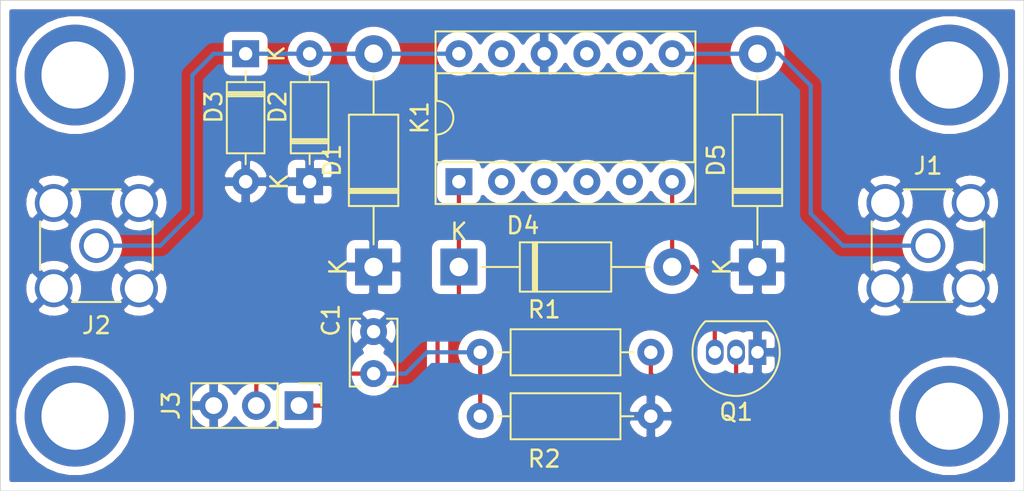
<source format=kicad_pcb>
(kicad_pcb (version 20171130) (host pcbnew 5.1.6)

  (general
    (thickness 1.6)
    (drawings 5)
    (tracks 42)
    (zones 0)
    (modules 13)
    (nets 8)
  )

  (page A4)
  (layers
    (0 F.Cu signal hide)
    (31 B.Cu signal hide)
    (32 B.Adhes user)
    (33 F.Adhes user)
    (34 B.Paste user)
    (35 F.Paste user)
    (36 B.SilkS user)
    (37 F.SilkS user)
    (38 B.Mask user)
    (39 F.Mask user)
    (40 Dwgs.User user)
    (41 Cmts.User user)
    (42 Eco1.User user)
    (43 Eco2.User user)
    (44 Edge.Cuts user)
    (45 Margin user)
    (46 B.CrtYd user)
    (47 F.CrtYd user)
    (48 B.Fab user)
    (49 F.Fab user)
  )

  (setup
    (last_trace_width 0.25)
    (trace_clearance 0.2)
    (zone_clearance 0.508)
    (zone_45_only no)
    (trace_min 0.2)
    (via_size 0.8)
    (via_drill 0.4)
    (via_min_size 0.4)
    (via_min_drill 0.3)
    (uvia_size 0.3)
    (uvia_drill 0.1)
    (uvias_allowed no)
    (uvia_min_size 0.2)
    (uvia_min_drill 0.1)
    (edge_width 0.05)
    (segment_width 0.2)
    (pcb_text_width 0.3)
    (pcb_text_size 1.5 1.5)
    (mod_edge_width 0.12)
    (mod_text_size 1 1)
    (mod_text_width 0.15)
    (pad_size 1.524 1.524)
    (pad_drill 0.762)
    (pad_to_mask_clearance 0.05)
    (aux_axis_origin 0 0)
    (visible_elements FFFFFF7F)
    (pcbplotparams
      (layerselection 0x010fc_ffffffff)
      (usegerberextensions false)
      (usegerberattributes true)
      (usegerberadvancedattributes true)
      (creategerberjobfile true)
      (excludeedgelayer true)
      (linewidth 0.100000)
      (plotframeref false)
      (viasonmask false)
      (mode 1)
      (useauxorigin false)
      (hpglpennumber 1)
      (hpglpenspeed 20)
      (hpglpendiameter 15.000000)
      (psnegative false)
      (psa4output false)
      (plotreference true)
      (plotvalue true)
      (plotinvisibletext false)
      (padsonsilk false)
      (subtractmaskfromsilk false)
      (outputformat 1)
      (mirror false)
      (drillshape 1)
      (scaleselection 1)
      (outputdirectory ""))
  )

  (net 0 "")
  (net 1 RX_ON_IN)
  (net 2 GND)
  (net 3 "Net-(D1-Pad2)")
  (net 4 "Net-(D4-Pad2)")
  (net 5 +12V)
  (net 6 "Net-(Q1-Pad2)")
  (net 7 "Net-(D5-Pad2)")

  (net_class Default "This is the default net class."
    (clearance 0.2)
    (trace_width 0.25)
    (via_dia 0.8)
    (via_drill 0.4)
    (uvia_dia 0.3)
    (uvia_drill 0.1)
    (add_net +12V)
    (add_net GND)
    (add_net "Net-(D1-Pad2)")
    (add_net "Net-(D4-Pad2)")
    (add_net "Net-(D5-Pad2)")
    (add_net "Net-(Q1-Pad2)")
    (add_net RX_ON_IN)
  )

  (module Diode_THT:D_DO-41_SOD81_P12.70mm_Horizontal (layer F.Cu) (tedit 5AE50CD5) (tstamp 5F6A0500)
    (at 34.29 27.94 90)
    (descr "Diode, DO-41_SOD81 series, Axial, Horizontal, pin pitch=12.7mm, , length*diameter=5.2*2.7mm^2, , http://www.diodes.com/_files/packages/DO-41%20(Plastic).pdf")
    (tags "Diode DO-41_SOD81 series Axial Horizontal pin pitch 12.7mm  length 5.2mm diameter 2.7mm")
    (path /5F696B92)
    (fp_text reference D1 (at 6.35 -2.47 90) (layer F.SilkS)
      (effects (font (size 1 1) (thickness 0.15)))
    )
    (fp_text value Surge (at 6.35 2.47 90) (layer F.Fab)
      (effects (font (size 1 1) (thickness 0.15)))
    )
    (fp_line (start 3.75 -1.35) (end 3.75 1.35) (layer F.Fab) (width 0.1))
    (fp_line (start 3.75 1.35) (end 8.95 1.35) (layer F.Fab) (width 0.1))
    (fp_line (start 8.95 1.35) (end 8.95 -1.35) (layer F.Fab) (width 0.1))
    (fp_line (start 8.95 -1.35) (end 3.75 -1.35) (layer F.Fab) (width 0.1))
    (fp_line (start 0 0) (end 3.75 0) (layer F.Fab) (width 0.1))
    (fp_line (start 12.7 0) (end 8.95 0) (layer F.Fab) (width 0.1))
    (fp_line (start 4.53 -1.35) (end 4.53 1.35) (layer F.Fab) (width 0.1))
    (fp_line (start 4.63 -1.35) (end 4.63 1.35) (layer F.Fab) (width 0.1))
    (fp_line (start 4.43 -1.35) (end 4.43 1.35) (layer F.Fab) (width 0.1))
    (fp_line (start 3.63 -1.47) (end 3.63 1.47) (layer F.SilkS) (width 0.12))
    (fp_line (start 3.63 1.47) (end 9.07 1.47) (layer F.SilkS) (width 0.12))
    (fp_line (start 9.07 1.47) (end 9.07 -1.47) (layer F.SilkS) (width 0.12))
    (fp_line (start 9.07 -1.47) (end 3.63 -1.47) (layer F.SilkS) (width 0.12))
    (fp_line (start 1.34 0) (end 3.63 0) (layer F.SilkS) (width 0.12))
    (fp_line (start 11.36 0) (end 9.07 0) (layer F.SilkS) (width 0.12))
    (fp_line (start 4.53 -1.47) (end 4.53 1.47) (layer F.SilkS) (width 0.12))
    (fp_line (start 4.65 -1.47) (end 4.65 1.47) (layer F.SilkS) (width 0.12))
    (fp_line (start 4.41 -1.47) (end 4.41 1.47) (layer F.SilkS) (width 0.12))
    (fp_line (start -1.35 -1.6) (end -1.35 1.6) (layer F.CrtYd) (width 0.05))
    (fp_line (start -1.35 1.6) (end 14.05 1.6) (layer F.CrtYd) (width 0.05))
    (fp_line (start 14.05 1.6) (end 14.05 -1.6) (layer F.CrtYd) (width 0.05))
    (fp_line (start 14.05 -1.6) (end -1.35 -1.6) (layer F.CrtYd) (width 0.05))
    (fp_text user %R (at 6.74 0 90) (layer F.Fab)
      (effects (font (size 1 1) (thickness 0.15)))
    )
    (fp_text user K (at 0 -2.1 90) (layer F.Fab)
      (effects (font (size 1 1) (thickness 0.15)))
    )
    (fp_text user K (at 0 -2.1 90) (layer F.SilkS)
      (effects (font (size 1 1) (thickness 0.15)))
    )
    (pad 1 thru_hole rect (at 0 0 90) (size 2.2 2.2) (drill 1.1) (layers *.Cu *.Mask)
      (net 2 GND))
    (pad 2 thru_hole oval (at 12.7 0 90) (size 2.2 2.2) (drill 1.1) (layers *.Cu *.Mask)
      (net 3 "Net-(D1-Pad2)"))
    (model ${KISYS3DMOD}/Diode_THT.3dshapes/D_DO-41_SOD81_P12.70mm_Horizontal.wrl
      (at (xyz 0 0 0))
      (scale (xyz 1 1 1))
      (rotate (xyz 0 0 0))
    )
  )

  (module Diode_THT:D_DO-41_SOD81_P12.70mm_Horizontal (layer F.Cu) (tedit 5AE50CD5) (tstamp 5F69D7B6)
    (at 39.37 27.94)
    (descr "Diode, DO-41_SOD81 series, Axial, Horizontal, pin pitch=12.7mm, , length*diameter=5.2*2.7mm^2, , http://www.diodes.com/_files/packages/DO-41%20(Plastic).pdf")
    (tags "Diode DO-41_SOD81 series Axial Horizontal pin pitch 12.7mm  length 5.2mm diameter 2.7mm")
    (path /5F6B6A8A)
    (fp_text reference D4 (at 3.81 -2.47) (layer F.SilkS)
      (effects (font (size 1 1) (thickness 0.15)))
    )
    (fp_text value 1N4001 (at 8.89 -2.54) (layer F.Fab)
      (effects (font (size 1 1) (thickness 0.15)))
    )
    (fp_line (start 14.05 -1.6) (end -1.35 -1.6) (layer F.CrtYd) (width 0.05))
    (fp_line (start 14.05 1.6) (end 14.05 -1.6) (layer F.CrtYd) (width 0.05))
    (fp_line (start -1.35 1.6) (end 14.05 1.6) (layer F.CrtYd) (width 0.05))
    (fp_line (start -1.35 -1.6) (end -1.35 1.6) (layer F.CrtYd) (width 0.05))
    (fp_line (start 4.41 -1.47) (end 4.41 1.47) (layer F.SilkS) (width 0.12))
    (fp_line (start 4.65 -1.47) (end 4.65 1.47) (layer F.SilkS) (width 0.12))
    (fp_line (start 4.53 -1.47) (end 4.53 1.47) (layer F.SilkS) (width 0.12))
    (fp_line (start 11.36 0) (end 9.07 0) (layer F.SilkS) (width 0.12))
    (fp_line (start 1.34 0) (end 3.63 0) (layer F.SilkS) (width 0.12))
    (fp_line (start 9.07 -1.47) (end 3.63 -1.47) (layer F.SilkS) (width 0.12))
    (fp_line (start 9.07 1.47) (end 9.07 -1.47) (layer F.SilkS) (width 0.12))
    (fp_line (start 3.63 1.47) (end 9.07 1.47) (layer F.SilkS) (width 0.12))
    (fp_line (start 3.63 -1.47) (end 3.63 1.47) (layer F.SilkS) (width 0.12))
    (fp_line (start 4.43 -1.35) (end 4.43 1.35) (layer F.Fab) (width 0.1))
    (fp_line (start 4.63 -1.35) (end 4.63 1.35) (layer F.Fab) (width 0.1))
    (fp_line (start 4.53 -1.35) (end 4.53 1.35) (layer F.Fab) (width 0.1))
    (fp_line (start 12.7 0) (end 8.95 0) (layer F.Fab) (width 0.1))
    (fp_line (start 0 0) (end 3.75 0) (layer F.Fab) (width 0.1))
    (fp_line (start 8.95 -1.35) (end 3.75 -1.35) (layer F.Fab) (width 0.1))
    (fp_line (start 8.95 1.35) (end 8.95 -1.35) (layer F.Fab) (width 0.1))
    (fp_line (start 3.75 1.35) (end 8.95 1.35) (layer F.Fab) (width 0.1))
    (fp_line (start 3.75 -1.35) (end 3.75 1.35) (layer F.Fab) (width 0.1))
    (fp_text user K (at 0 -2.1) (layer F.SilkS)
      (effects (font (size 1 1) (thickness 0.15)))
    )
    (fp_text user K (at 0 -2.1) (layer F.Fab)
      (effects (font (size 1 1) (thickness 0.15)))
    )
    (fp_text user %R (at 6.74 0) (layer F.Fab)
      (effects (font (size 1 1) (thickness 0.15)))
    )
    (pad 2 thru_hole oval (at 12.7 0) (size 2.2 2.2) (drill 1.1) (layers *.Cu *.Mask)
      (net 4 "Net-(D4-Pad2)"))
    (pad 1 thru_hole rect (at 0 0) (size 2.2 2.2) (drill 1.1) (layers *.Cu *.Mask)
      (net 5 +12V))
    (model ${KISYS3DMOD}/Diode_THT.3dshapes/D_DO-41_SOD81_P12.70mm_Horizontal.wrl
      (at (xyz 0 0 0))
      (scale (xyz 1 1 1))
      (rotate (xyz 0 0 0))
    )
  )

  (module Connector_Coaxial:SMA_Amphenol_132134-11_Vertical (layer F.Cu) (tedit 5B2F4C93) (tstamp 5F69D7CD)
    (at 67.31 26.67)
    (descr https://www.amphenolrf.com/downloads/dl/file/id/3406/product/2975/132134_11_customer_drawing.pdf)
    (tags "SMA THT Female Jack Vertical ExtendedLegs")
    (path /5F6973F5)
    (fp_text reference J1 (at 0 -4.75) (layer F.SilkS)
      (effects (font (size 1 1) (thickness 0.15)))
    )
    (fp_text value INPUT (at 0 5) (layer F.Fab)
      (effects (font (size 1 1) (thickness 0.15)))
    )
    (fp_circle (center 0 0) (end 3.175 0) (layer F.Fab) (width 0.1))
    (fp_line (start 4.17 4.17) (end -4.17 4.17) (layer F.CrtYd) (width 0.05))
    (fp_line (start 4.17 4.17) (end 4.17 -4.17) (layer F.CrtYd) (width 0.05))
    (fp_line (start -4.17 -4.17) (end -4.17 4.17) (layer F.CrtYd) (width 0.05))
    (fp_line (start -4.17 -4.17) (end 4.17 -4.17) (layer F.CrtYd) (width 0.05))
    (fp_line (start -3.175 -3.175) (end 3.175 -3.175) (layer F.Fab) (width 0.1))
    (fp_line (start -3.175 -3.175) (end -3.175 3.175) (layer F.Fab) (width 0.1))
    (fp_line (start -3.175 3.175) (end 3.175 3.175) (layer F.Fab) (width 0.1))
    (fp_line (start 3.175 -3.175) (end 3.175 3.175) (layer F.Fab) (width 0.1))
    (fp_line (start -3.355 -1.45) (end -3.355 1.45) (layer F.SilkS) (width 0.12))
    (fp_line (start 3.355 -1.45) (end 3.355 1.45) (layer F.SilkS) (width 0.12))
    (fp_line (start -1.45 3.355) (end 1.45 3.355) (layer F.SilkS) (width 0.12))
    (fp_line (start -1.45 -3.355) (end 1.45 -3.355) (layer F.SilkS) (width 0.12))
    (fp_text user %R (at 0 0) (layer F.Fab)
      (effects (font (size 1 1) (thickness 0.15)))
    )
    (pad 1 thru_hole circle (at 0 0) (size 2.05 2.05) (drill 1.5) (layers *.Cu *.Mask)
      (net 7 "Net-(D5-Pad2)"))
    (pad 2 thru_hole circle (at 2.54 2.54) (size 2.25 2.25) (drill 1.7) (layers *.Cu *.Mask)
      (net 2 GND))
    (pad 2 thru_hole circle (at 2.54 -2.54) (size 2.25 2.25) (drill 1.7) (layers *.Cu *.Mask)
      (net 2 GND))
    (pad 2 thru_hole circle (at -2.54 -2.54) (size 2.25 2.25) (drill 1.7) (layers *.Cu *.Mask)
      (net 2 GND))
    (pad 2 thru_hole circle (at -2.54 2.54) (size 2.25 2.25) (drill 1.7) (layers *.Cu *.Mask)
      (net 2 GND))
    (model ${KISYS3DMOD}/Connector_Coaxial.3dshapes/SMA_Amphenol_132134-11_Vertical.wrl
      (at (xyz 0 0 0))
      (scale (xyz 1 1 1))
      (rotate (xyz 0 0 0))
    )
  )

  (module Connector_Coaxial:SMA_Amphenol_132134-11_Vertical (layer F.Cu) (tedit 5B2F4C93) (tstamp 5F69DCD7)
    (at 17.78 26.67 180)
    (descr https://www.amphenolrf.com/downloads/dl/file/id/3406/product/2975/132134_11_customer_drawing.pdf)
    (tags "SMA THT Female Jack Vertical ExtendedLegs")
    (path /5F69780C)
    (fp_text reference J2 (at 0 -4.75) (layer F.SilkS)
      (effects (font (size 1 1) (thickness 0.15)))
    )
    (fp_text value OUTPUT (at 0 5) (layer F.Fab)
      (effects (font (size 1 1) (thickness 0.15)))
    )
    (fp_line (start -1.45 -3.355) (end 1.45 -3.355) (layer F.SilkS) (width 0.12))
    (fp_line (start -1.45 3.355) (end 1.45 3.355) (layer F.SilkS) (width 0.12))
    (fp_line (start 3.355 -1.45) (end 3.355 1.45) (layer F.SilkS) (width 0.12))
    (fp_line (start -3.355 -1.45) (end -3.355 1.45) (layer F.SilkS) (width 0.12))
    (fp_line (start 3.175 -3.175) (end 3.175 3.175) (layer F.Fab) (width 0.1))
    (fp_line (start -3.175 3.175) (end 3.175 3.175) (layer F.Fab) (width 0.1))
    (fp_line (start -3.175 -3.175) (end -3.175 3.175) (layer F.Fab) (width 0.1))
    (fp_line (start -3.175 -3.175) (end 3.175 -3.175) (layer F.Fab) (width 0.1))
    (fp_line (start -4.17 -4.17) (end 4.17 -4.17) (layer F.CrtYd) (width 0.05))
    (fp_line (start -4.17 -4.17) (end -4.17 4.17) (layer F.CrtYd) (width 0.05))
    (fp_line (start 4.17 4.17) (end 4.17 -4.17) (layer F.CrtYd) (width 0.05))
    (fp_line (start 4.17 4.17) (end -4.17 4.17) (layer F.CrtYd) (width 0.05))
    (fp_circle (center 0 0) (end 3.175 0) (layer F.Fab) (width 0.1))
    (fp_text user %R (at 0 0) (layer F.Fab)
      (effects (font (size 1 1) (thickness 0.15)))
    )
    (pad 2 thru_hole circle (at -2.54 2.54 180) (size 2.25 2.25) (drill 1.7) (layers *.Cu *.Mask)
      (net 2 GND))
    (pad 2 thru_hole circle (at -2.54 -2.54 180) (size 2.25 2.25) (drill 1.7) (layers *.Cu *.Mask)
      (net 2 GND))
    (pad 2 thru_hole circle (at 2.54 -2.54 180) (size 2.25 2.25) (drill 1.7) (layers *.Cu *.Mask)
      (net 2 GND))
    (pad 2 thru_hole circle (at 2.54 2.54 180) (size 2.25 2.25) (drill 1.7) (layers *.Cu *.Mask)
      (net 2 GND))
    (pad 1 thru_hole circle (at 0 0 180) (size 2.05 2.05) (drill 1.5) (layers *.Cu *.Mask)
      (net 3 "Net-(D1-Pad2)"))
    (model ${KISYS3DMOD}/Connector_Coaxial.3dshapes/SMA_Amphenol_132134-11_Vertical.wrl
      (at (xyz 0 0 0))
      (scale (xyz 1 1 1))
      (rotate (xyz 0 0 0))
    )
  )

  (module Connector_PinHeader_2.54mm:PinHeader_1x03_P2.54mm_Vertical (layer F.Cu) (tedit 59FED5CC) (tstamp 5F6A09D7)
    (at 29.845 36.195 270)
    (descr "Through hole straight pin header, 1x03, 2.54mm pitch, single row")
    (tags "Through hole pin header THT 1x03 2.54mm single row")
    (path /5F6C893D)
    (fp_text reference J3 (at 0 7.62 90) (layer F.SilkS)
      (effects (font (size 1 1) (thickness 0.15)))
    )
    (fp_text value POWER/CTRL (at -3.175 3.175) (layer F.Fab)
      (effects (font (size 1 1) (thickness 0.15)))
    )
    (fp_line (start -0.635 -1.27) (end 1.27 -1.27) (layer F.Fab) (width 0.1))
    (fp_line (start 1.27 -1.27) (end 1.27 6.35) (layer F.Fab) (width 0.1))
    (fp_line (start 1.27 6.35) (end -1.27 6.35) (layer F.Fab) (width 0.1))
    (fp_line (start -1.27 6.35) (end -1.27 -0.635) (layer F.Fab) (width 0.1))
    (fp_line (start -1.27 -0.635) (end -0.635 -1.27) (layer F.Fab) (width 0.1))
    (fp_line (start -1.33 6.41) (end 1.33 6.41) (layer F.SilkS) (width 0.12))
    (fp_line (start -1.33 1.27) (end -1.33 6.41) (layer F.SilkS) (width 0.12))
    (fp_line (start 1.33 1.27) (end 1.33 6.41) (layer F.SilkS) (width 0.12))
    (fp_line (start -1.33 1.27) (end 1.33 1.27) (layer F.SilkS) (width 0.12))
    (fp_line (start -1.33 0) (end -1.33 -1.33) (layer F.SilkS) (width 0.12))
    (fp_line (start -1.33 -1.33) (end 0 -1.33) (layer F.SilkS) (width 0.12))
    (fp_line (start -1.8 -1.8) (end -1.8 6.85) (layer F.CrtYd) (width 0.05))
    (fp_line (start -1.8 6.85) (end 1.8 6.85) (layer F.CrtYd) (width 0.05))
    (fp_line (start 1.8 6.85) (end 1.8 -1.8) (layer F.CrtYd) (width 0.05))
    (fp_line (start 1.8 -1.8) (end -1.8 -1.8) (layer F.CrtYd) (width 0.05))
    (fp_text user %R (at 0 2.54) (layer F.Fab)
      (effects (font (size 1 1) (thickness 0.15)))
    )
    (pad 1 thru_hole rect (at 0 0 270) (size 1.7 1.7) (drill 1) (layers *.Cu *.Mask)
      (net 5 +12V))
    (pad 2 thru_hole oval (at 0 2.54 270) (size 1.7 1.7) (drill 1) (layers *.Cu *.Mask)
      (net 1 RX_ON_IN))
    (pad 3 thru_hole oval (at 0 5.08 270) (size 1.7 1.7) (drill 1) (layers *.Cu *.Mask)
      (net 2 GND))
    (model ${KISYS3DMOD}/Connector_PinHeader_2.54mm.3dshapes/PinHeader_1x03_P2.54mm_Vertical.wrl
      (at (xyz 0 0 0))
      (scale (xyz 1 1 1))
      (rotate (xyz 0 0 0))
    )
  )

  (module Package_TO_SOT_THT:TO-92_Inline (layer F.Cu) (tedit 5A1DD157) (tstamp 5F6A077A)
    (at 57.15 33.02 180)
    (descr "TO-92 leads in-line, narrow, oval pads, drill 0.75mm (see NXP sot054_po.pdf)")
    (tags "to-92 sc-43 sc-43a sot54 PA33 transistor")
    (path /5F6ABD62)
    (fp_text reference Q1 (at 1.27 -3.56) (layer F.SilkS)
      (effects (font (size 1 1) (thickness 0.15)))
    )
    (fp_text value 2N3904 (at 1.27 2.79) (layer F.Fab)
      (effects (font (size 1 1) (thickness 0.15)))
    )
    (fp_line (start -0.53 1.85) (end 3.07 1.85) (layer F.SilkS) (width 0.12))
    (fp_line (start -0.5 1.75) (end 3 1.75) (layer F.Fab) (width 0.1))
    (fp_line (start -1.46 -2.73) (end 4 -2.73) (layer F.CrtYd) (width 0.05))
    (fp_line (start -1.46 -2.73) (end -1.46 2.01) (layer F.CrtYd) (width 0.05))
    (fp_line (start 4 2.01) (end 4 -2.73) (layer F.CrtYd) (width 0.05))
    (fp_line (start 4 2.01) (end -1.46 2.01) (layer F.CrtYd) (width 0.05))
    (fp_text user %R (at 1.27 -3.56) (layer F.Fab)
      (effects (font (size 1 1) (thickness 0.15)))
    )
    (fp_arc (start 1.27 0) (end 1.27 -2.48) (angle 135) (layer F.Fab) (width 0.1))
    (fp_arc (start 1.27 0) (end 1.27 -2.6) (angle -135) (layer F.SilkS) (width 0.12))
    (fp_arc (start 1.27 0) (end 1.27 -2.48) (angle -135) (layer F.Fab) (width 0.1))
    (fp_arc (start 1.27 0) (end 1.27 -2.6) (angle 135) (layer F.SilkS) (width 0.12))
    (pad 2 thru_hole oval (at 1.27 0 180) (size 1.05 1.5) (drill 0.75) (layers *.Cu *.Mask)
      (net 6 "Net-(Q1-Pad2)"))
    (pad 3 thru_hole oval (at 2.54 0 180) (size 1.05 1.5) (drill 0.75) (layers *.Cu *.Mask)
      (net 4 "Net-(D4-Pad2)"))
    (pad 1 thru_hole rect (at 0 0 180) (size 1.05 1.5) (drill 0.75) (layers *.Cu *.Mask)
      (net 2 GND))
    (model ${KISYS3DMOD}/Package_TO_SOT_THT.3dshapes/TO-92_Inline.wrl
      (at (xyz 0 0 0))
      (scale (xyz 1 1 1))
      (rotate (xyz 0 0 0))
    )
  )

  (module Resistor_THT:R_Axial_DIN0207_L6.3mm_D2.5mm_P10.16mm_Horizontal (layer F.Cu) (tedit 5AE5139B) (tstamp 5F6A0968)
    (at 50.8 33.02 180)
    (descr "Resistor, Axial_DIN0207 series, Axial, Horizontal, pin pitch=10.16mm, 0.25W = 1/4W, length*diameter=6.3*2.5mm^2, http://cdn-reichelt.de/documents/datenblatt/B400/1_4W%23YAG.pdf")
    (tags "Resistor Axial_DIN0207 series Axial Horizontal pin pitch 10.16mm 0.25W = 1/4W length 6.3mm diameter 2.5mm")
    (path /5F6BB8EF)
    (fp_text reference R1 (at 6.35 2.54) (layer F.SilkS)
      (effects (font (size 1 1) (thickness 0.15)))
    )
    (fp_text value 2.2K (at 3.175 2.37) (layer F.Fab)
      (effects (font (size 1 1) (thickness 0.15)))
    )
    (fp_line (start 1.93 -1.25) (end 1.93 1.25) (layer F.Fab) (width 0.1))
    (fp_line (start 1.93 1.25) (end 8.23 1.25) (layer F.Fab) (width 0.1))
    (fp_line (start 8.23 1.25) (end 8.23 -1.25) (layer F.Fab) (width 0.1))
    (fp_line (start 8.23 -1.25) (end 1.93 -1.25) (layer F.Fab) (width 0.1))
    (fp_line (start 0 0) (end 1.93 0) (layer F.Fab) (width 0.1))
    (fp_line (start 10.16 0) (end 8.23 0) (layer F.Fab) (width 0.1))
    (fp_line (start 1.81 -1.37) (end 1.81 1.37) (layer F.SilkS) (width 0.12))
    (fp_line (start 1.81 1.37) (end 8.35 1.37) (layer F.SilkS) (width 0.12))
    (fp_line (start 8.35 1.37) (end 8.35 -1.37) (layer F.SilkS) (width 0.12))
    (fp_line (start 8.35 -1.37) (end 1.81 -1.37) (layer F.SilkS) (width 0.12))
    (fp_line (start 1.04 0) (end 1.81 0) (layer F.SilkS) (width 0.12))
    (fp_line (start 9.12 0) (end 8.35 0) (layer F.SilkS) (width 0.12))
    (fp_line (start -1.05 -1.5) (end -1.05 1.5) (layer F.CrtYd) (width 0.05))
    (fp_line (start -1.05 1.5) (end 11.21 1.5) (layer F.CrtYd) (width 0.05))
    (fp_line (start 11.21 1.5) (end 11.21 -1.5) (layer F.CrtYd) (width 0.05))
    (fp_line (start 11.21 -1.5) (end -1.05 -1.5) (layer F.CrtYd) (width 0.05))
    (fp_text user %R (at 5.08 0) (layer F.Fab)
      (effects (font (size 1 1) (thickness 0.15)))
    )
    (pad 1 thru_hole circle (at 0 0 180) (size 1.6 1.6) (drill 0.8) (layers *.Cu *.Mask)
      (net 6 "Net-(Q1-Pad2)"))
    (pad 2 thru_hole oval (at 10.16 0 180) (size 1.6 1.6) (drill 0.8) (layers *.Cu *.Mask)
      (net 1 RX_ON_IN))
    (model ${KISYS3DMOD}/Resistor_THT.3dshapes/R_Axial_DIN0207_L6.3mm_D2.5mm_P10.16mm_Horizontal.wrl
      (at (xyz 0 0 0))
      (scale (xyz 1 1 1))
      (rotate (xyz 0 0 0))
    )
  )

  (module Resistor_THT:R_Axial_DIN0207_L6.3mm_D2.5mm_P10.16mm_Horizontal (layer F.Cu) (tedit 5AE5139B) (tstamp 5F6A06FB)
    (at 40.64 36.83)
    (descr "Resistor, Axial_DIN0207 series, Axial, Horizontal, pin pitch=10.16mm, 0.25W = 1/4W, length*diameter=6.3*2.5mm^2, http://cdn-reichelt.de/documents/datenblatt/B400/1_4W%23YAG.pdf")
    (tags "Resistor Axial_DIN0207 series Axial Horizontal pin pitch 10.16mm 0.25W = 1/4W length 6.3mm diameter 2.5mm")
    (path /5F6BE9DB)
    (fp_text reference R2 (at 3.81 2.54) (layer F.SilkS)
      (effects (font (size 1 1) (thickness 0.15)))
    )
    (fp_text value 10K (at 6.985 2.54) (layer F.Fab)
      (effects (font (size 1 1) (thickness 0.15)))
    )
    (fp_line (start 11.21 -1.5) (end -1.05 -1.5) (layer F.CrtYd) (width 0.05))
    (fp_line (start 11.21 1.5) (end 11.21 -1.5) (layer F.CrtYd) (width 0.05))
    (fp_line (start -1.05 1.5) (end 11.21 1.5) (layer F.CrtYd) (width 0.05))
    (fp_line (start -1.05 -1.5) (end -1.05 1.5) (layer F.CrtYd) (width 0.05))
    (fp_line (start 9.12 0) (end 8.35 0) (layer F.SilkS) (width 0.12))
    (fp_line (start 1.04 0) (end 1.81 0) (layer F.SilkS) (width 0.12))
    (fp_line (start 8.35 -1.37) (end 1.81 -1.37) (layer F.SilkS) (width 0.12))
    (fp_line (start 8.35 1.37) (end 8.35 -1.37) (layer F.SilkS) (width 0.12))
    (fp_line (start 1.81 1.37) (end 8.35 1.37) (layer F.SilkS) (width 0.12))
    (fp_line (start 1.81 -1.37) (end 1.81 1.37) (layer F.SilkS) (width 0.12))
    (fp_line (start 10.16 0) (end 8.23 0) (layer F.Fab) (width 0.1))
    (fp_line (start 0 0) (end 1.93 0) (layer F.Fab) (width 0.1))
    (fp_line (start 8.23 -1.25) (end 1.93 -1.25) (layer F.Fab) (width 0.1))
    (fp_line (start 8.23 1.25) (end 8.23 -1.25) (layer F.Fab) (width 0.1))
    (fp_line (start 1.93 1.25) (end 8.23 1.25) (layer F.Fab) (width 0.1))
    (fp_line (start 1.93 -1.25) (end 1.93 1.25) (layer F.Fab) (width 0.1))
    (fp_text user %R (at 5.08 0) (layer F.Fab)
      (effects (font (size 1 1) (thickness 0.15)))
    )
    (pad 2 thru_hole oval (at 10.16 0) (size 1.6 1.6) (drill 0.8) (layers *.Cu *.Mask)
      (net 2 GND))
    (pad 1 thru_hole circle (at 0 0) (size 1.6 1.6) (drill 0.8) (layers *.Cu *.Mask)
      (net 1 RX_ON_IN))
    (model ${KISYS3DMOD}/Resistor_THT.3dshapes/R_Axial_DIN0207_L6.3mm_D2.5mm_P10.16mm_Horizontal.wrl
      (at (xyz 0 0 0))
      (scale (xyz 1 1 1))
      (rotate (xyz 0 0 0))
    )
  )

  (module Capacitor_THT:C_Disc_D3.8mm_W2.6mm_P2.50mm (layer F.Cu) (tedit 5AE50EF0) (tstamp 5F69FEC6)
    (at 34.29 34.29 90)
    (descr "C, Disc series, Radial, pin pitch=2.50mm, , diameter*width=3.8*2.6mm^2, Capacitor, http://www.vishay.com/docs/45233/krseries.pdf")
    (tags "C Disc series Radial pin pitch 2.50mm  diameter 3.8mm width 2.6mm Capacitor")
    (path /5F6BEF09)
    (fp_text reference C1 (at 3.175 -2.54 90) (layer F.SilkS)
      (effects (font (size 1 1) (thickness 0.15)))
    )
    (fp_text value 0.1uF (at 1.25 2.55 90) (layer F.Fab)
      (effects (font (size 1 1) (thickness 0.15)))
    )
    (fp_line (start -0.65 -1.3) (end -0.65 1.3) (layer F.Fab) (width 0.1))
    (fp_line (start -0.65 1.3) (end 3.15 1.3) (layer F.Fab) (width 0.1))
    (fp_line (start 3.15 1.3) (end 3.15 -1.3) (layer F.Fab) (width 0.1))
    (fp_line (start 3.15 -1.3) (end -0.65 -1.3) (layer F.Fab) (width 0.1))
    (fp_line (start -0.77 -1.42) (end 3.27 -1.42) (layer F.SilkS) (width 0.12))
    (fp_line (start -0.77 1.42) (end 3.27 1.42) (layer F.SilkS) (width 0.12))
    (fp_line (start -0.77 -1.42) (end -0.77 -0.795) (layer F.SilkS) (width 0.12))
    (fp_line (start -0.77 0.795) (end -0.77 1.42) (layer F.SilkS) (width 0.12))
    (fp_line (start 3.27 -1.42) (end 3.27 -0.795) (layer F.SilkS) (width 0.12))
    (fp_line (start 3.27 0.795) (end 3.27 1.42) (layer F.SilkS) (width 0.12))
    (fp_line (start -1.05 -1.55) (end -1.05 1.55) (layer F.CrtYd) (width 0.05))
    (fp_line (start -1.05 1.55) (end 3.55 1.55) (layer F.CrtYd) (width 0.05))
    (fp_line (start 3.55 1.55) (end 3.55 -1.55) (layer F.CrtYd) (width 0.05))
    (fp_line (start 3.55 -1.55) (end -1.05 -1.55) (layer F.CrtYd) (width 0.05))
    (fp_text user %R (at 1.25 0 90) (layer F.Fab)
      (effects (font (size 0.76 0.76) (thickness 0.114)))
    )
    (pad 1 thru_hole circle (at 0 0 90) (size 1.6 1.6) (drill 0.8) (layers *.Cu *.Mask)
      (net 1 RX_ON_IN))
    (pad 2 thru_hole circle (at 2.5 0 90) (size 1.6 1.6) (drill 0.8) (layers *.Cu *.Mask)
      (net 2 GND))
    (model ${KISYS3DMOD}/Capacitor_THT.3dshapes/C_Disc_D3.8mm_W2.6mm_P2.50mm.wrl
      (at (xyz 0 0 0))
      (scale (xyz 1 1 1))
      (rotate (xyz 0 0 0))
    )
  )

  (module Package_DIP:DIP-12_W7.62mm_Socket (layer F.Cu) (tedit 5A02E8C5) (tstamp 5F69ED19)
    (at 39.37 22.86 90)
    (descr "12-lead though-hole mounted DIP package, row spacing 7.62 mm (300 mils), Socket")
    (tags "THT DIP DIL PDIP 2.54mm 7.62mm 300mil Socket")
    (path /5F6A06CE)
    (fp_text reference K1 (at 3.81 -2.33 90) (layer F.SilkS)
      (effects (font (size 1 1) (thickness 0.15)))
    )
    (fp_text value DS1E-M-DC12V (at 3.81 15.03 90) (layer F.Fab)
      (effects (font (size 1 1) (thickness 0.15)))
    )
    (fp_line (start 1.635 -1.27) (end 6.985 -1.27) (layer F.Fab) (width 0.1))
    (fp_line (start 6.985 -1.27) (end 6.985 13.97) (layer F.Fab) (width 0.1))
    (fp_line (start 6.985 13.97) (end 0.635 13.97) (layer F.Fab) (width 0.1))
    (fp_line (start 0.635 13.97) (end 0.635 -0.27) (layer F.Fab) (width 0.1))
    (fp_line (start 0.635 -0.27) (end 1.635 -1.27) (layer F.Fab) (width 0.1))
    (fp_line (start -1.27 -1.33) (end -1.27 14.03) (layer F.Fab) (width 0.1))
    (fp_line (start -1.27 14.03) (end 8.89 14.03) (layer F.Fab) (width 0.1))
    (fp_line (start 8.89 14.03) (end 8.89 -1.33) (layer F.Fab) (width 0.1))
    (fp_line (start 8.89 -1.33) (end -1.27 -1.33) (layer F.Fab) (width 0.1))
    (fp_line (start 2.81 -1.33) (end 1.16 -1.33) (layer F.SilkS) (width 0.12))
    (fp_line (start 1.16 -1.33) (end 1.16 14.03) (layer F.SilkS) (width 0.12))
    (fp_line (start 1.16 14.03) (end 6.46 14.03) (layer F.SilkS) (width 0.12))
    (fp_line (start 6.46 14.03) (end 6.46 -1.33) (layer F.SilkS) (width 0.12))
    (fp_line (start 6.46 -1.33) (end 4.81 -1.33) (layer F.SilkS) (width 0.12))
    (fp_line (start -1.33 -1.39) (end -1.33 14.09) (layer F.SilkS) (width 0.12))
    (fp_line (start -1.33 14.09) (end 8.95 14.09) (layer F.SilkS) (width 0.12))
    (fp_line (start 8.95 14.09) (end 8.95 -1.39) (layer F.SilkS) (width 0.12))
    (fp_line (start 8.95 -1.39) (end -1.33 -1.39) (layer F.SilkS) (width 0.12))
    (fp_line (start -1.55 -1.6) (end -1.55 14.3) (layer F.CrtYd) (width 0.05))
    (fp_line (start -1.55 14.3) (end 9.15 14.3) (layer F.CrtYd) (width 0.05))
    (fp_line (start 9.15 14.3) (end 9.15 -1.6) (layer F.CrtYd) (width 0.05))
    (fp_line (start 9.15 -1.6) (end -1.55 -1.6) (layer F.CrtYd) (width 0.05))
    (fp_arc (start 3.81 -1.33) (end 2.81 -1.33) (angle -180) (layer F.SilkS) (width 0.12))
    (fp_text user %R (at 3.81 6.35 90) (layer F.Fab)
      (effects (font (size 1 1) (thickness 0.15)))
    )
    (pad 1 thru_hole rect (at 0 0 90) (size 1.6 1.6) (drill 0.8) (layers *.Cu *.Mask)
      (net 5 +12V))
    (pad 7 thru_hole oval (at 7.62 12.7 90) (size 1.6 1.6) (drill 0.8) (layers *.Cu *.Mask)
      (net 7 "Net-(D5-Pad2)"))
    (pad 2 thru_hole oval (at 0 2.54 90) (size 1.6 1.6) (drill 0.8) (layers *.Cu *.Mask))
    (pad 8 thru_hole oval (at 7.62 10.16 90) (size 1.6 1.6) (drill 0.8) (layers *.Cu *.Mask))
    (pad 3 thru_hole oval (at 0 5.08 90) (size 1.6 1.6) (drill 0.8) (layers *.Cu *.Mask))
    (pad 9 thru_hole oval (at 7.62 7.62 90) (size 1.6 1.6) (drill 0.8) (layers *.Cu *.Mask))
    (pad 4 thru_hole oval (at 0 7.62 90) (size 1.6 1.6) (drill 0.8) (layers *.Cu *.Mask))
    (pad 10 thru_hole oval (at 7.62 5.08 90) (size 1.6 1.6) (drill 0.8) (layers *.Cu *.Mask)
      (net 2 GND))
    (pad 5 thru_hole oval (at 0 10.16 90) (size 1.6 1.6) (drill 0.8) (layers *.Cu *.Mask))
    (pad 11 thru_hole oval (at 7.62 2.54 90) (size 1.6 1.6) (drill 0.8) (layers *.Cu *.Mask))
    (pad 6 thru_hole oval (at 0 12.7 90) (size 1.6 1.6) (drill 0.8) (layers *.Cu *.Mask)
      (net 4 "Net-(D4-Pad2)"))
    (pad 12 thru_hole oval (at 7.62 0 90) (size 1.6 1.6) (drill 0.8) (layers *.Cu *.Mask)
      (net 3 "Net-(D1-Pad2)"))
    (model ${KISYS3DMOD}/Package_DIP.3dshapes/DIP-12_W7.62mm_Socket.wrl
      (at (xyz 0 0 0))
      (scale (xyz 1 1 1))
      (rotate (xyz 0 0 0))
    )
  )

  (module Diode_THT:D_DO-41_SOD81_P12.70mm_Horizontal (layer F.Cu) (tedit 5AE50CD5) (tstamp 5F69F673)
    (at 57.15 27.94 90)
    (descr "Diode, DO-41_SOD81 series, Axial, Horizontal, pin pitch=12.7mm, , length*diameter=5.2*2.7mm^2, , http://www.diodes.com/_files/packages/DO-41%20(Plastic).pdf")
    (tags "Diode DO-41_SOD81 series Axial Horizontal pin pitch 12.7mm  length 5.2mm diameter 2.7mm")
    (path /5F7017DC)
    (fp_text reference D5 (at 6.35 -2.47 90) (layer F.SilkS)
      (effects (font (size 1 1) (thickness 0.15)))
    )
    (fp_text value Surge (at 6.35 2.47 90) (layer F.Fab)
      (effects (font (size 1 1) (thickness 0.15)))
    )
    (fp_line (start 3.75 -1.35) (end 3.75 1.35) (layer F.Fab) (width 0.1))
    (fp_line (start 3.75 1.35) (end 8.95 1.35) (layer F.Fab) (width 0.1))
    (fp_line (start 8.95 1.35) (end 8.95 -1.35) (layer F.Fab) (width 0.1))
    (fp_line (start 8.95 -1.35) (end 3.75 -1.35) (layer F.Fab) (width 0.1))
    (fp_line (start 0 0) (end 3.75 0) (layer F.Fab) (width 0.1))
    (fp_line (start 12.7 0) (end 8.95 0) (layer F.Fab) (width 0.1))
    (fp_line (start 4.53 -1.35) (end 4.53 1.35) (layer F.Fab) (width 0.1))
    (fp_line (start 4.63 -1.35) (end 4.63 1.35) (layer F.Fab) (width 0.1))
    (fp_line (start 4.43 -1.35) (end 4.43 1.35) (layer F.Fab) (width 0.1))
    (fp_line (start 3.63 -1.47) (end 3.63 1.47) (layer F.SilkS) (width 0.12))
    (fp_line (start 3.63 1.47) (end 9.07 1.47) (layer F.SilkS) (width 0.12))
    (fp_line (start 9.07 1.47) (end 9.07 -1.47) (layer F.SilkS) (width 0.12))
    (fp_line (start 9.07 -1.47) (end 3.63 -1.47) (layer F.SilkS) (width 0.12))
    (fp_line (start 1.34 0) (end 3.63 0) (layer F.SilkS) (width 0.12))
    (fp_line (start 11.36 0) (end 9.07 0) (layer F.SilkS) (width 0.12))
    (fp_line (start 4.53 -1.47) (end 4.53 1.47) (layer F.SilkS) (width 0.12))
    (fp_line (start 4.65 -1.47) (end 4.65 1.47) (layer F.SilkS) (width 0.12))
    (fp_line (start 4.41 -1.47) (end 4.41 1.47) (layer F.SilkS) (width 0.12))
    (fp_line (start -1.35 -1.6) (end -1.35 1.6) (layer F.CrtYd) (width 0.05))
    (fp_line (start -1.35 1.6) (end 14.05 1.6) (layer F.CrtYd) (width 0.05))
    (fp_line (start 14.05 1.6) (end 14.05 -1.6) (layer F.CrtYd) (width 0.05))
    (fp_line (start 14.05 -1.6) (end -1.35 -1.6) (layer F.CrtYd) (width 0.05))
    (fp_text user %R (at 6.74 0 90) (layer F.Fab)
      (effects (font (size 1 1) (thickness 0.15)))
    )
    (fp_text user K (at 0 -2.1 90) (layer F.Fab)
      (effects (font (size 1 1) (thickness 0.15)))
    )
    (fp_text user K (at 0 -2.1 90) (layer F.SilkS)
      (effects (font (size 1 1) (thickness 0.15)))
    )
    (pad 1 thru_hole rect (at 0 0 90) (size 2.2 2.2) (drill 1.1) (layers *.Cu *.Mask)
      (net 2 GND))
    (pad 2 thru_hole oval (at 12.7 0 90) (size 2.2 2.2) (drill 1.1) (layers *.Cu *.Mask)
      (net 7 "Net-(D5-Pad2)"))
    (model ${KISYS3DMOD}/Diode_THT.3dshapes/D_DO-41_SOD81_P12.70mm_Horizontal.wrl
      (at (xyz 0 0 0))
      (scale (xyz 1 1 1))
      (rotate (xyz 0 0 0))
    )
  )

  (module Diode_THT:D_DO-35_SOD27_P7.62mm_Horizontal (layer F.Cu) (tedit 5AE50CD5) (tstamp 5F69FD48)
    (at 30.48 22.86 90)
    (descr "Diode, DO-35_SOD27 series, Axial, Horizontal, pin pitch=7.62mm, , length*diameter=4*2mm^2, , http://www.diodes.com/_files/packages/DO-35.pdf")
    (tags "Diode DO-35_SOD27 series Axial Horizontal pin pitch 7.62mm  length 4mm diameter 2mm")
    (path /5F695B5A)
    (fp_text reference D2 (at 4.445 -1.905 90) (layer F.SilkS)
      (effects (font (size 1 1) (thickness 0.15)))
    )
    (fp_text value 1N4148 (at 3.81 2.12 90) (layer F.Fab)
      (effects (font (size 1 1) (thickness 0.15)))
    )
    (fp_line (start 1.81 -1) (end 1.81 1) (layer F.Fab) (width 0.1))
    (fp_line (start 1.81 1) (end 5.81 1) (layer F.Fab) (width 0.1))
    (fp_line (start 5.81 1) (end 5.81 -1) (layer F.Fab) (width 0.1))
    (fp_line (start 5.81 -1) (end 1.81 -1) (layer F.Fab) (width 0.1))
    (fp_line (start 0 0) (end 1.81 0) (layer F.Fab) (width 0.1))
    (fp_line (start 7.62 0) (end 5.81 0) (layer F.Fab) (width 0.1))
    (fp_line (start 2.41 -1) (end 2.41 1) (layer F.Fab) (width 0.1))
    (fp_line (start 2.51 -1) (end 2.51 1) (layer F.Fab) (width 0.1))
    (fp_line (start 2.31 -1) (end 2.31 1) (layer F.Fab) (width 0.1))
    (fp_line (start 1.69 -1.12) (end 1.69 1.12) (layer F.SilkS) (width 0.12))
    (fp_line (start 1.69 1.12) (end 5.93 1.12) (layer F.SilkS) (width 0.12))
    (fp_line (start 5.93 1.12) (end 5.93 -1.12) (layer F.SilkS) (width 0.12))
    (fp_line (start 5.93 -1.12) (end 1.69 -1.12) (layer F.SilkS) (width 0.12))
    (fp_line (start 1.04 0) (end 1.69 0) (layer F.SilkS) (width 0.12))
    (fp_line (start 6.58 0) (end 5.93 0) (layer F.SilkS) (width 0.12))
    (fp_line (start 2.41 -1.12) (end 2.41 1.12) (layer F.SilkS) (width 0.12))
    (fp_line (start 2.53 -1.12) (end 2.53 1.12) (layer F.SilkS) (width 0.12))
    (fp_line (start 2.29 -1.12) (end 2.29 1.12) (layer F.SilkS) (width 0.12))
    (fp_line (start -1.05 -1.25) (end -1.05 1.25) (layer F.CrtYd) (width 0.05))
    (fp_line (start -1.05 1.25) (end 8.67 1.25) (layer F.CrtYd) (width 0.05))
    (fp_line (start 8.67 1.25) (end 8.67 -1.25) (layer F.CrtYd) (width 0.05))
    (fp_line (start 8.67 -1.25) (end -1.05 -1.25) (layer F.CrtYd) (width 0.05))
    (fp_text user %R (at 4.11 0 90) (layer F.Fab)
      (effects (font (size 0.8 0.8) (thickness 0.12)))
    )
    (fp_text user K (at 0 -1.8 90) (layer F.Fab)
      (effects (font (size 1 1) (thickness 0.15)))
    )
    (fp_text user K (at 0 -1.8 90) (layer F.SilkS)
      (effects (font (size 1 1) (thickness 0.15)))
    )
    (pad 1 thru_hole rect (at 0 0 90) (size 1.6 1.6) (drill 0.8) (layers *.Cu *.Mask)
      (net 2 GND))
    (pad 2 thru_hole oval (at 7.62 0 90) (size 1.6 1.6) (drill 0.8) (layers *.Cu *.Mask)
      (net 3 "Net-(D1-Pad2)"))
    (model ${KISYS3DMOD}/Diode_THT.3dshapes/D_DO-35_SOD27_P7.62mm_Horizontal.wrl
      (at (xyz 0 0 0))
      (scale (xyz 1 1 1))
      (rotate (xyz 0 0 0))
    )
  )

  (module Diode_THT:D_DO-35_SOD27_P7.62mm_Horizontal (layer F.Cu) (tedit 5AE50CD5) (tstamp 5F69FD66)
    (at 26.67 15.24 270)
    (descr "Diode, DO-35_SOD27 series, Axial, Horizontal, pin pitch=7.62mm, , length*diameter=4*2mm^2, , http://www.diodes.com/_files/packages/DO-35.pdf")
    (tags "Diode DO-35_SOD27 series Axial Horizontal pin pitch 7.62mm  length 4mm diameter 2mm")
    (path /5F696198)
    (fp_text reference D3 (at 3.175 1.905 90) (layer F.SilkS)
      (effects (font (size 1 1) (thickness 0.15)))
    )
    (fp_text value 1N4148 (at 3.81 2.12 90) (layer F.Fab)
      (effects (font (size 1 1) (thickness 0.15)))
    )
    (fp_line (start 8.67 -1.25) (end -1.05 -1.25) (layer F.CrtYd) (width 0.05))
    (fp_line (start 8.67 1.25) (end 8.67 -1.25) (layer F.CrtYd) (width 0.05))
    (fp_line (start -1.05 1.25) (end 8.67 1.25) (layer F.CrtYd) (width 0.05))
    (fp_line (start -1.05 -1.25) (end -1.05 1.25) (layer F.CrtYd) (width 0.05))
    (fp_line (start 2.29 -1.12) (end 2.29 1.12) (layer F.SilkS) (width 0.12))
    (fp_line (start 2.53 -1.12) (end 2.53 1.12) (layer F.SilkS) (width 0.12))
    (fp_line (start 2.41 -1.12) (end 2.41 1.12) (layer F.SilkS) (width 0.12))
    (fp_line (start 6.58 0) (end 5.93 0) (layer F.SilkS) (width 0.12))
    (fp_line (start 1.04 0) (end 1.69 0) (layer F.SilkS) (width 0.12))
    (fp_line (start 5.93 -1.12) (end 1.69 -1.12) (layer F.SilkS) (width 0.12))
    (fp_line (start 5.93 1.12) (end 5.93 -1.12) (layer F.SilkS) (width 0.12))
    (fp_line (start 1.69 1.12) (end 5.93 1.12) (layer F.SilkS) (width 0.12))
    (fp_line (start 1.69 -1.12) (end 1.69 1.12) (layer F.SilkS) (width 0.12))
    (fp_line (start 2.31 -1) (end 2.31 1) (layer F.Fab) (width 0.1))
    (fp_line (start 2.51 -1) (end 2.51 1) (layer F.Fab) (width 0.1))
    (fp_line (start 2.41 -1) (end 2.41 1) (layer F.Fab) (width 0.1))
    (fp_line (start 7.62 0) (end 5.81 0) (layer F.Fab) (width 0.1))
    (fp_line (start 0 0) (end 1.81 0) (layer F.Fab) (width 0.1))
    (fp_line (start 5.81 -1) (end 1.81 -1) (layer F.Fab) (width 0.1))
    (fp_line (start 5.81 1) (end 5.81 -1) (layer F.Fab) (width 0.1))
    (fp_line (start 1.81 1) (end 5.81 1) (layer F.Fab) (width 0.1))
    (fp_line (start 1.81 -1) (end 1.81 1) (layer F.Fab) (width 0.1))
    (fp_text user K (at 0 -1.8 90) (layer F.SilkS)
      (effects (font (size 1 1) (thickness 0.15)))
    )
    (fp_text user K (at 0 -1.8 90) (layer F.Fab)
      (effects (font (size 1 1) (thickness 0.15)))
    )
    (fp_text user %R (at 4.11 0 90) (layer F.Fab)
      (effects (font (size 0.8 0.8) (thickness 0.12)))
    )
    (pad 2 thru_hole oval (at 7.62 0 270) (size 1.6 1.6) (drill 0.8) (layers *.Cu *.Mask)
      (net 2 GND))
    (pad 1 thru_hole rect (at 0 0 270) (size 1.6 1.6) (drill 0.8) (layers *.Cu *.Mask)
      (net 3 "Net-(D1-Pad2)"))
    (model ${KISYS3DMOD}/Diode_THT.3dshapes/D_DO-35_SOD27_P7.62mm_Horizontal.wrl
      (at (xyz 0 0 0))
      (scale (xyz 1 1 1))
      (rotate (xyz 0 0 0))
    )
  )

  (gr_line (start 73.025 12.065) (end 12.065 12.065) (layer Edge.Cuts) (width 0.05) (tstamp 5F6A0D60))
  (gr_line (start 73.025 41.275) (end 73.025 12.065) (layer Edge.Cuts) (width 0.05))
  (gr_line (start 72.39 41.275) (end 73.025 41.275) (layer Edge.Cuts) (width 0.05))
  (gr_line (start 12.065 41.275) (end 72.39 41.275) (layer Edge.Cuts) (width 0.05))
  (gr_line (start 12.065 12.065) (end 12.065 41.275) (layer Edge.Cuts) (width 0.05))

  (via (at 16.51 16.51) (size 6) (drill 4) (layers F.Cu B.Cu) (net 0))
  (via (at 16.51 36.83) (size 6) (drill 4) (layers F.Cu B.Cu) (net 0) (tstamp 5F6A0181))
  (via (at 68.58 16.51) (size 6) (drill 4) (layers F.Cu B.Cu) (net 0) (tstamp 5F6A0181))
  (via (at 68.58 36.83) (size 6) (drill 4) (layers F.Cu B.Cu) (net 0) (tstamp 5F6A0181))
  (segment (start 40.64 33.02) (end 40.64 36.83) (width 0.25) (layer F.Cu) (net 1))
  (segment (start 27.305 34.925) (end 27.305 36.195) (width 0.25) (layer F.Cu) (net 1))
  (segment (start 27.94 34.29) (end 27.305 34.925) (width 0.25) (layer F.Cu) (net 1))
  (segment (start 34.29 34.29) (end 27.94 34.29) (width 0.25) (layer F.Cu) (net 1))
  (segment (start 34.29 34.29) (end 36.195 34.29) (width 0.25) (layer B.Cu) (net 1))
  (segment (start 36.195 34.29) (end 37.465 33.02) (width 0.25) (layer B.Cu) (net 1))
  (segment (start 37.465 33.02) (end 40.64 33.02) (width 0.25) (layer B.Cu) (net 1))
  (segment (start 39.37 15.24) (end 33.02 15.24) (width 0.25) (layer B.Cu) (net 3))
  (segment (start 33.02 15.24) (end 34.29 15.24) (width 0.25) (layer B.Cu) (net 3))
  (segment (start 30.48 15.24) (end 26.67 15.24) (width 0.25) (layer B.Cu) (net 3))
  (segment (start 34.29 15.24) (end 30.48 15.24) (width 0.25) (layer B.Cu) (net 3))
  (segment (start 17.78 26.67) (end 21.59 26.67) (width 0.25) (layer B.Cu) (net 3))
  (segment (start 21.59 26.67) (end 23.495 24.765) (width 0.25) (layer B.Cu) (net 3))
  (segment (start 23.495 24.765) (end 23.495 16.51) (width 0.25) (layer B.Cu) (net 3))
  (segment (start 24.765 15.24) (end 26.67 15.24) (width 0.25) (layer B.Cu) (net 3))
  (segment (start 23.495 16.51) (end 24.765 15.24) (width 0.25) (layer B.Cu) (net 3))
  (segment (start 52.07 22.86) (end 52.07 27.94) (width 0.25) (layer F.Cu) (net 4))
  (segment (start 52.07 27.94) (end 53.34 27.94) (width 0.25) (layer F.Cu) (net 4))
  (segment (start 54.61 29.21) (end 54.61 33.02) (width 0.25) (layer F.Cu) (net 4))
  (segment (start 53.34 27.94) (end 54.61 29.21) (width 0.25) (layer F.Cu) (net 4))
  (segment (start 39.37 22.86) (end 39.37 27.94) (width 0.25) (layer F.Cu) (net 5))
  (segment (start 36.83 36.195) (end 29.845 36.195) (width 0.25) (layer F.Cu) (net 5))
  (segment (start 38.1 31.115) (end 38.1 35.56) (width 0.25) (layer F.Cu) (net 5))
  (segment (start 38.1 35.56) (end 37.465 36.195) (width 0.25) (layer F.Cu) (net 5))
  (segment (start 39.37 29.845) (end 38.1 31.115) (width 0.25) (layer F.Cu) (net 5))
  (segment (start 37.465 36.195) (end 36.83 36.195) (width 0.25) (layer F.Cu) (net 5))
  (segment (start 39.37 27.94) (end 39.37 29.845) (width 0.25) (layer F.Cu) (net 5))
  (segment (start 50.8 34.29) (end 50.8 33.02) (width 0.25) (layer F.Cu) (net 6))
  (segment (start 55.245 34.925) (end 51.435 34.925) (width 0.25) (layer F.Cu) (net 6))
  (segment (start 55.88 34.29) (end 55.245 34.925) (width 0.25) (layer F.Cu) (net 6))
  (segment (start 51.435 34.925) (end 50.8 34.29) (width 0.25) (layer F.Cu) (net 6))
  (segment (start 55.88 33.02) (end 55.88 34.29) (width 0.25) (layer F.Cu) (net 6))
  (segment (start 58.42 15.24) (end 57.15 15.24) (width 0.25) (layer B.Cu) (net 7))
  (segment (start 60.325 17.145) (end 58.42 15.24) (width 0.25) (layer B.Cu) (net 7))
  (segment (start 60.325 24.765) (end 60.325 17.145) (width 0.25) (layer B.Cu) (net 7))
  (segment (start 62.23 26.67) (end 60.325 24.765) (width 0.25) (layer B.Cu) (net 7))
  (segment (start 67.31 26.67) (end 62.23 26.67) (width 0.25) (layer B.Cu) (net 7))
  (segment (start 57.15 15.24) (end 52.07 15.24) (width 0.25) (layer B.Cu) (net 7))

  (zone (net 2) (net_name GND) (layer B.Cu) (tstamp 0) (hatch edge 0.508)
    (connect_pads (clearance 0.508))
    (min_thickness 0.254)
    (fill yes (arc_segments 32) (thermal_gap 0.508) (thermal_bridge_width 0.508))
    (polygon
      (pts
        (xy 73.025 41.275) (xy 12.065 41.275) (xy 12.065 12.065) (xy 73.025 12.065)
      )
    )
    (filled_polygon
      (pts
        (xy 72.365 40.615) (xy 12.725 40.615) (xy 12.725 36.471984) (xy 12.875 36.471984) (xy 12.875 37.188016)
        (xy 13.014691 37.89029) (xy 13.288705 38.551818) (xy 13.686511 39.147177) (xy 14.192823 39.653489) (xy 14.788182 40.051295)
        (xy 15.44971 40.325309) (xy 16.151984 40.465) (xy 16.868016 40.465) (xy 17.57029 40.325309) (xy 18.231818 40.051295)
        (xy 18.827177 39.653489) (xy 19.333489 39.147177) (xy 19.731295 38.551818) (xy 20.005309 37.89029) (xy 20.145 37.188016)
        (xy 20.145 36.551891) (xy 23.323519 36.551891) (xy 23.420843 36.826252) (xy 23.569822 37.076355) (xy 23.764731 37.292588)
        (xy 23.99808 37.466641) (xy 24.260901 37.591825) (xy 24.40811 37.636476) (xy 24.638 37.515155) (xy 24.638 36.322)
        (xy 23.444186 36.322) (xy 23.323519 36.551891) (xy 20.145 36.551891) (xy 20.145 36.471984) (xy 20.018915 35.838109)
        (xy 23.323519 35.838109) (xy 23.444186 36.068) (xy 24.638 36.068) (xy 24.638 34.874845) (xy 24.892 34.874845)
        (xy 24.892 36.068) (xy 24.912 36.068) (xy 24.912 36.322) (xy 24.892 36.322) (xy 24.892 37.515155)
        (xy 25.12189 37.636476) (xy 25.269099 37.591825) (xy 25.53192 37.466641) (xy 25.765269 37.292588) (xy 25.960178 37.076355)
        (xy 26.029805 36.959466) (xy 26.151525 37.141632) (xy 26.358368 37.348475) (xy 26.601589 37.51099) (xy 26.871842 37.622932)
        (xy 27.15874 37.68) (xy 27.45126 37.68) (xy 27.738158 37.622932) (xy 28.008411 37.51099) (xy 28.251632 37.348475)
        (xy 28.383487 37.21662) (xy 28.405498 37.28918) (xy 28.464463 37.399494) (xy 28.543815 37.496185) (xy 28.640506 37.575537)
        (xy 28.75082 37.634502) (xy 28.870518 37.670812) (xy 28.995 37.683072) (xy 30.695 37.683072) (xy 30.819482 37.670812)
        (xy 30.93918 37.634502) (xy 31.049494 37.575537) (xy 31.146185 37.496185) (xy 31.225537 37.399494) (xy 31.284502 37.28918)
        (xy 31.320812 37.169482) (xy 31.333072 37.045) (xy 31.333072 36.688665) (xy 39.205 36.688665) (xy 39.205 36.971335)
        (xy 39.260147 37.248574) (xy 39.36832 37.509727) (xy 39.525363 37.744759) (xy 39.725241 37.944637) (xy 39.960273 38.10168)
        (xy 40.221426 38.209853) (xy 40.498665 38.265) (xy 40.781335 38.265) (xy 41.058574 38.209853) (xy 41.319727 38.10168)
        (xy 41.554759 37.944637) (xy 41.754637 37.744759) (xy 41.91168 37.509727) (xy 42.019853 37.248574) (xy 42.033684 37.179039)
        (xy 49.408096 37.179039) (xy 49.448754 37.313087) (xy 49.568963 37.56742) (xy 49.736481 37.793414) (xy 49.944869 37.982385)
        (xy 50.186119 38.12707) (xy 50.45096 38.221909) (xy 50.673 38.100624) (xy 50.673 36.957) (xy 50.927 36.957)
        (xy 50.927 38.100624) (xy 51.14904 38.221909) (xy 51.413881 38.12707) (xy 51.655131 37.982385) (xy 51.863519 37.793414)
        (xy 52.031037 37.56742) (xy 52.151246 37.313087) (xy 52.191904 37.179039) (xy 52.069915 36.957) (xy 50.927 36.957)
        (xy 50.673 36.957) (xy 49.530085 36.957) (xy 49.408096 37.179039) (xy 42.033684 37.179039) (xy 42.075 36.971335)
        (xy 42.075 36.688665) (xy 42.033685 36.480961) (xy 49.408096 36.480961) (xy 49.530085 36.703) (xy 50.673 36.703)
        (xy 50.673 35.559376) (xy 50.927 35.559376) (xy 50.927 36.703) (xy 52.069915 36.703) (xy 52.191904 36.480961)
        (xy 52.189182 36.471984) (xy 64.945 36.471984) (xy 64.945 37.188016) (xy 65.084691 37.89029) (xy 65.358705 38.551818)
        (xy 65.756511 39.147177) (xy 66.262823 39.653489) (xy 66.858182 40.051295) (xy 67.51971 40.325309) (xy 68.221984 40.465)
        (xy 68.938016 40.465) (xy 69.64029 40.325309) (xy 70.301818 40.051295) (xy 70.897177 39.653489) (xy 71.403489 39.147177)
        (xy 71.801295 38.551818) (xy 72.075309 37.89029) (xy 72.215 37.188016) (xy 72.215 36.471984) (xy 72.075309 35.76971)
        (xy 71.801295 35.108182) (xy 71.403489 34.512823) (xy 70.897177 34.006511) (xy 70.301818 33.608705) (xy 69.64029 33.334691)
        (xy 68.938016 33.195) (xy 68.221984 33.195) (xy 67.51971 33.334691) (xy 66.858182 33.608705) (xy 66.262823 34.006511)
        (xy 65.756511 34.512823) (xy 65.358705 35.108182) (xy 65.084691 35.76971) (xy 64.945 36.471984) (xy 52.189182 36.471984)
        (xy 52.151246 36.346913) (xy 52.031037 36.09258) (xy 51.863519 35.866586) (xy 51.655131 35.677615) (xy 51.413881 35.53293)
        (xy 51.14904 35.438091) (xy 50.927 35.559376) (xy 50.673 35.559376) (xy 50.45096 35.438091) (xy 50.186119 35.53293)
        (xy 49.944869 35.677615) (xy 49.736481 35.866586) (xy 49.568963 36.09258) (xy 49.448754 36.346913) (xy 49.408096 36.480961)
        (xy 42.033685 36.480961) (xy 42.019853 36.411426) (xy 41.91168 36.150273) (xy 41.754637 35.915241) (xy 41.554759 35.715363)
        (xy 41.319727 35.55832) (xy 41.058574 35.450147) (xy 40.781335 35.395) (xy 40.498665 35.395) (xy 40.221426 35.450147)
        (xy 39.960273 35.55832) (xy 39.725241 35.715363) (xy 39.525363 35.915241) (xy 39.36832 36.150273) (xy 39.260147 36.411426)
        (xy 39.205 36.688665) (xy 31.333072 36.688665) (xy 31.333072 35.345) (xy 31.320812 35.220518) (xy 31.284502 35.10082)
        (xy 31.225537 34.990506) (xy 31.146185 34.893815) (xy 31.049494 34.814463) (xy 30.93918 34.755498) (xy 30.819482 34.719188)
        (xy 30.695 34.706928) (xy 28.995 34.706928) (xy 28.870518 34.719188) (xy 28.75082 34.755498) (xy 28.640506 34.814463)
        (xy 28.543815 34.893815) (xy 28.464463 34.990506) (xy 28.405498 35.10082) (xy 28.383487 35.17338) (xy 28.251632 35.041525)
        (xy 28.008411 34.87901) (xy 27.738158 34.767068) (xy 27.45126 34.71) (xy 27.15874 34.71) (xy 26.871842 34.767068)
        (xy 26.601589 34.87901) (xy 26.358368 35.041525) (xy 26.151525 35.248368) (xy 26.029805 35.430534) (xy 25.960178 35.313645)
        (xy 25.765269 35.097412) (xy 25.53192 34.923359) (xy 25.269099 34.798175) (xy 25.12189 34.753524) (xy 24.892 34.874845)
        (xy 24.638 34.874845) (xy 24.40811 34.753524) (xy 24.260901 34.798175) (xy 23.99808 34.923359) (xy 23.764731 35.097412)
        (xy 23.569822 35.313645) (xy 23.420843 35.563748) (xy 23.323519 35.838109) (xy 20.018915 35.838109) (xy 20.005309 35.76971)
        (xy 19.731295 35.108182) (xy 19.333489 34.512823) (xy 18.969331 34.148665) (xy 32.855 34.148665) (xy 32.855 34.431335)
        (xy 32.910147 34.708574) (xy 33.01832 34.969727) (xy 33.175363 35.204759) (xy 33.375241 35.404637) (xy 33.610273 35.56168)
        (xy 33.871426 35.669853) (xy 34.148665 35.725) (xy 34.431335 35.725) (xy 34.708574 35.669853) (xy 34.969727 35.56168)
        (xy 35.204759 35.404637) (xy 35.404637 35.204759) (xy 35.508043 35.05) (xy 36.157678 35.05) (xy 36.195 35.053676)
        (xy 36.232322 35.05) (xy 36.232333 35.05) (xy 36.343986 35.039003) (xy 36.487247 34.995546) (xy 36.619276 34.924974)
        (xy 36.735001 34.830001) (xy 36.758804 34.800997) (xy 37.779802 33.78) (xy 39.421957 33.78) (xy 39.525363 33.934759)
        (xy 39.725241 34.134637) (xy 39.960273 34.29168) (xy 40.221426 34.399853) (xy 40.498665 34.455) (xy 40.781335 34.455)
        (xy 41.058574 34.399853) (xy 41.319727 34.29168) (xy 41.554759 34.134637) (xy 41.754637 33.934759) (xy 41.91168 33.699727)
        (xy 42.019853 33.438574) (xy 42.075 33.161335) (xy 42.075 32.878665) (xy 49.365 32.878665) (xy 49.365 33.161335)
        (xy 49.420147 33.438574) (xy 49.52832 33.699727) (xy 49.685363 33.934759) (xy 49.885241 34.134637) (xy 50.120273 34.29168)
        (xy 50.381426 34.399853) (xy 50.658665 34.455) (xy 50.941335 34.455) (xy 51.218574 34.399853) (xy 51.479727 34.29168)
        (xy 51.714759 34.134637) (xy 51.914637 33.934759) (xy 52.07168 33.699727) (xy 52.179853 33.438574) (xy 52.235 33.161335)
        (xy 52.235 32.878665) (xy 52.207024 32.738021) (xy 53.45 32.738021) (xy 53.45 33.301978) (xy 53.466785 33.472399)
        (xy 53.533115 33.691059) (xy 53.640829 33.892578) (xy 53.785788 34.069212) (xy 53.962421 34.214171) (xy 54.16394 34.321885)
        (xy 54.3826 34.388215) (xy 54.61 34.410612) (xy 54.837399 34.388215) (xy 55.056059 34.321885) (xy 55.245 34.220894)
        (xy 55.43394 34.321885) (xy 55.6526 34.388215) (xy 55.88 34.410612) (xy 56.107399 34.388215) (xy 56.316098 34.324907)
        (xy 56.38082 34.359502) (xy 56.500518 34.395812) (xy 56.625 34.408072) (xy 56.86425 34.405) (xy 57.023 34.24625)
        (xy 57.023 33.473109) (xy 57.023215 33.4724) (xy 57.04 33.301979) (xy 57.04 33.147) (xy 57.277 33.147)
        (xy 57.277 34.24625) (xy 57.43575 34.405) (xy 57.675 34.408072) (xy 57.799482 34.395812) (xy 57.91918 34.359502)
        (xy 58.029494 34.300537) (xy 58.126185 34.221185) (xy 58.205537 34.124494) (xy 58.264502 34.01418) (xy 58.300812 33.894482)
        (xy 58.313072 33.77) (xy 58.31 33.30575) (xy 58.15125 33.147) (xy 57.277 33.147) (xy 57.04 33.147)
        (xy 57.04 32.738022) (xy 57.023215 32.567601) (xy 57.023 32.566892) (xy 57.023 31.79375) (xy 57.277 31.79375)
        (xy 57.277 32.893) (xy 58.15125 32.893) (xy 58.31 32.73425) (xy 58.313072 32.27) (xy 58.300812 32.145518)
        (xy 58.264502 32.02582) (xy 58.205537 31.915506) (xy 58.126185 31.818815) (xy 58.029494 31.739463) (xy 57.91918 31.680498)
        (xy 57.799482 31.644188) (xy 57.675 31.631928) (xy 57.43575 31.635) (xy 57.277 31.79375) (xy 57.023 31.79375)
        (xy 56.86425 31.635) (xy 56.625 31.631928) (xy 56.500518 31.644188) (xy 56.38082 31.680498) (xy 56.316098 31.715093)
        (xy 56.1074 31.651785) (xy 55.88 31.629388) (xy 55.652601 31.651785) (xy 55.433941 31.718115) (xy 55.245 31.819106)
        (xy 55.05606 31.718115) (xy 54.8374 31.651785) (xy 54.61 31.629388) (xy 54.382601 31.651785) (xy 54.163941 31.718115)
        (xy 53.962422 31.825829) (xy 53.785789 31.970788) (xy 53.64083 32.147421) (xy 53.533115 32.34894) (xy 53.466785 32.5676)
        (xy 53.45 32.738021) (xy 52.207024 32.738021) (xy 52.179853 32.601426) (xy 52.07168 32.340273) (xy 51.914637 32.105241)
        (xy 51.714759 31.905363) (xy 51.479727 31.74832) (xy 51.218574 31.640147) (xy 50.941335 31.585) (xy 50.658665 31.585)
        (xy 50.381426 31.640147) (xy 50.120273 31.74832) (xy 49.885241 31.905363) (xy 49.685363 32.105241) (xy 49.52832 32.340273)
        (xy 49.420147 32.601426) (xy 49.365 32.878665) (xy 42.075 32.878665) (xy 42.019853 32.601426) (xy 41.91168 32.340273)
        (xy 41.754637 32.105241) (xy 41.554759 31.905363) (xy 41.319727 31.74832) (xy 41.058574 31.640147) (xy 40.781335 31.585)
        (xy 40.498665 31.585) (xy 40.221426 31.640147) (xy 39.960273 31.74832) (xy 39.725241 31.905363) (xy 39.525363 32.105241)
        (xy 39.421957 32.26) (xy 37.502322 32.26) (xy 37.464999 32.256324) (xy 37.427676 32.26) (xy 37.427667 32.26)
        (xy 37.316014 32.270997) (xy 37.172753 32.314454) (xy 37.040724 32.385026) (xy 36.924999 32.479999) (xy 36.901201 32.508997)
        (xy 35.880199 33.53) (xy 35.508043 33.53) (xy 35.404637 33.375241) (xy 35.204759 33.175363) (xy 35.004131 33.041308)
        (xy 35.031514 33.026671) (xy 35.103097 32.782702) (xy 34.29 31.969605) (xy 33.476903 32.782702) (xy 33.548486 33.026671)
        (xy 33.577341 33.040324) (xy 33.375241 33.175363) (xy 33.175363 33.375241) (xy 33.01832 33.610273) (xy 32.910147 33.871426)
        (xy 32.855 34.148665) (xy 18.969331 34.148665) (xy 18.827177 34.006511) (xy 18.231818 33.608705) (xy 17.57029 33.334691)
        (xy 16.868016 33.195) (xy 16.151984 33.195) (xy 15.44971 33.334691) (xy 14.788182 33.608705) (xy 14.192823 34.006511)
        (xy 13.686511 34.512823) (xy 13.288705 35.108182) (xy 13.014691 35.76971) (xy 12.875 36.471984) (xy 12.725 36.471984)
        (xy 12.725 31.860512) (xy 32.849783 31.860512) (xy 32.891213 32.14013) (xy 32.986397 32.406292) (xy 33.053329 32.531514)
        (xy 33.297298 32.603097) (xy 34.110395 31.79) (xy 34.469605 31.79) (xy 35.282702 32.603097) (xy 35.526671 32.531514)
        (xy 35.647571 32.276004) (xy 35.7163 32.001816) (xy 35.730217 31.719488) (xy 35.688787 31.43987) (xy 35.593603 31.173708)
        (xy 35.526671 31.048486) (xy 35.282702 30.976903) (xy 34.469605 31.79) (xy 34.110395 31.79) (xy 33.297298 30.976903)
        (xy 33.053329 31.048486) (xy 32.932429 31.303996) (xy 32.8637 31.578184) (xy 32.849783 31.860512) (xy 12.725 31.860512)
        (xy 12.725 30.434531) (xy 14.195074 30.434531) (xy 14.305921 30.711714) (xy 14.61684 30.865089) (xy 14.951705 30.95486)
        (xy 15.29765 30.977576) (xy 15.64138 30.932366) (xy 15.969685 30.820966) (xy 16.174079 30.711714) (xy 16.284926 30.434531)
        (xy 19.275074 30.434531) (xy 19.385921 30.711714) (xy 19.69684 30.865089) (xy 20.031705 30.95486) (xy 20.37765 30.977576)
        (xy 20.72138 30.932366) (xy 21.049685 30.820966) (xy 21.093964 30.797298) (xy 33.476903 30.797298) (xy 34.29 31.610395)
        (xy 35.103097 30.797298) (xy 35.031514 30.553329) (xy 34.780447 30.434531) (xy 63.725074 30.434531) (xy 63.835921 30.711714)
        (xy 64.14684 30.865089) (xy 64.481705 30.95486) (xy 64.82765 30.977576) (xy 65.17138 30.932366) (xy 65.499685 30.820966)
        (xy 65.704079 30.711714) (xy 65.814926 30.434531) (xy 68.805074 30.434531) (xy 68.915921 30.711714) (xy 69.22684 30.865089)
        (xy 69.561705 30.95486) (xy 69.90765 30.977576) (xy 70.25138 30.932366) (xy 70.579685 30.820966) (xy 70.784079 30.711714)
        (xy 70.894926 30.434531) (xy 69.85 29.389605) (xy 68.805074 30.434531) (xy 65.814926 30.434531) (xy 64.77 29.389605)
        (xy 63.725074 30.434531) (xy 34.780447 30.434531) (xy 34.776004 30.432429) (xy 34.501816 30.3637) (xy 34.219488 30.349783)
        (xy 33.93987 30.391213) (xy 33.673708 30.486397) (xy 33.548486 30.553329) (xy 33.476903 30.797298) (xy 21.093964 30.797298)
        (xy 21.254079 30.711714) (xy 21.364926 30.434531) (xy 20.32 29.389605) (xy 19.275074 30.434531) (xy 16.284926 30.434531)
        (xy 15.24 29.389605) (xy 14.195074 30.434531) (xy 12.725 30.434531) (xy 12.725 29.26765) (xy 13.472424 29.26765)
        (xy 13.517634 29.61138) (xy 13.629034 29.939685) (xy 13.738286 30.144079) (xy 14.015469 30.254926) (xy 15.060395 29.21)
        (xy 15.419605 29.21) (xy 16.464531 30.254926) (xy 16.741714 30.144079) (xy 16.895089 29.83316) (xy 16.98486 29.498295)
        (xy 17.000004 29.26765) (xy 18.552424 29.26765) (xy 18.597634 29.61138) (xy 18.709034 29.939685) (xy 18.818286 30.144079)
        (xy 19.095469 30.254926) (xy 20.140395 29.21) (xy 20.499605 29.21) (xy 21.544531 30.254926) (xy 21.821714 30.144079)
        (xy 21.975089 29.83316) (xy 22.06486 29.498295) (xy 22.087576 29.15235) (xy 22.072799 29.04) (xy 32.551928 29.04)
        (xy 32.564188 29.164482) (xy 32.600498 29.28418) (xy 32.659463 29.394494) (xy 32.738815 29.491185) (xy 32.835506 29.570537)
        (xy 32.94582 29.629502) (xy 33.065518 29.665812) (xy 33.19 29.678072) (xy 34.00425 29.675) (xy 34.163 29.51625)
        (xy 34.163 28.067) (xy 34.417 28.067) (xy 34.417 29.51625) (xy 34.57575 29.675) (xy 35.39 29.678072)
        (xy 35.514482 29.665812) (xy 35.63418 29.629502) (xy 35.744494 29.570537) (xy 35.841185 29.491185) (xy 35.920537 29.394494)
        (xy 35.979502 29.28418) (xy 36.015812 29.164482) (xy 36.028072 29.04) (xy 36.025 28.22575) (xy 35.86625 28.067)
        (xy 34.417 28.067) (xy 34.163 28.067) (xy 32.71375 28.067) (xy 32.555 28.22575) (xy 32.551928 29.04)
        (xy 22.072799 29.04) (xy 22.042366 28.80862) (xy 21.930966 28.480315) (xy 21.821714 28.275921) (xy 21.544531 28.165074)
        (xy 20.499605 29.21) (xy 20.140395 29.21) (xy 19.095469 28.165074) (xy 18.818286 28.275921) (xy 18.664911 28.58684)
        (xy 18.57514 28.921705) (xy 18.552424 29.26765) (xy 17.000004 29.26765) (xy 17.007576 29.15235) (xy 16.962366 28.80862)
        (xy 16.850966 28.480315) (xy 16.741714 28.275921) (xy 16.464531 28.165074) (xy 15.419605 29.21) (xy 15.060395 29.21)
        (xy 14.015469 28.165074) (xy 13.738286 28.275921) (xy 13.584911 28.58684) (xy 13.49514 28.921705) (xy 13.472424 29.26765)
        (xy 12.725 29.26765) (xy 12.725 27.985469) (xy 14.195074 27.985469) (xy 15.24 29.030395) (xy 16.284926 27.985469)
        (xy 16.174079 27.708286) (xy 15.86316 27.554911) (xy 15.528295 27.46514) (xy 15.18235 27.442424) (xy 14.83862 27.487634)
        (xy 14.510315 27.599034) (xy 14.305921 27.708286) (xy 14.195074 27.985469) (xy 12.725 27.985469) (xy 12.725 26.506504)
        (xy 16.12 26.506504) (xy 16.12 26.833496) (xy 16.183793 27.154204) (xy 16.308927 27.456305) (xy 16.490594 27.728188)
        (xy 16.721812 27.959406) (xy 16.993695 28.141073) (xy 17.295796 28.266207) (xy 17.616504 28.33) (xy 17.943496 28.33)
        (xy 18.264204 28.266207) (xy 18.566305 28.141073) (xy 18.799182 27.985469) (xy 19.275074 27.985469) (xy 20.32 29.030395)
        (xy 21.364926 27.985469) (xy 21.254079 27.708286) (xy 20.94316 27.554911) (xy 20.608295 27.46514) (xy 20.26235 27.442424)
        (xy 19.91862 27.487634) (xy 19.590315 27.599034) (xy 19.385921 27.708286) (xy 19.275074 27.985469) (xy 18.799182 27.985469)
        (xy 18.838188 27.959406) (xy 19.069406 27.728188) (xy 19.251073 27.456305) (xy 19.261969 27.43) (xy 21.552678 27.43)
        (xy 21.59 27.433676) (xy 21.627322 27.43) (xy 21.627333 27.43) (xy 21.738986 27.419003) (xy 21.882247 27.375546)
        (xy 22.014276 27.304974) (xy 22.130001 27.210001) (xy 22.153804 27.180997) (xy 22.494801 26.84) (xy 32.551928 26.84)
        (xy 32.555 27.65425) (xy 32.71375 27.813) (xy 34.163 27.813) (xy 34.163 26.36375) (xy 34.417 26.36375)
        (xy 34.417 27.813) (xy 35.86625 27.813) (xy 36.025 27.65425) (xy 36.028072 26.84) (xy 37.631928 26.84)
        (xy 37.631928 29.04) (xy 37.644188 29.164482) (xy 37.680498 29.28418) (xy 37.739463 29.394494) (xy 37.818815 29.491185)
        (xy 37.915506 29.570537) (xy 38.02582 29.629502) (xy 38.145518 29.665812) (xy 38.27 29.678072) (xy 40.47 29.678072)
        (xy 40.594482 29.665812) (xy 40.71418 29.629502) (xy 40.824494 29.570537) (xy 40.921185 29.491185) (xy 41.000537 29.394494)
        (xy 41.059502 29.28418) (xy 41.095812 29.164482) (xy 41.108072 29.04) (xy 41.108072 27.769117) (xy 50.335 27.769117)
        (xy 50.335 28.110883) (xy 50.401675 28.446081) (xy 50.532463 28.761831) (xy 50.722337 29.045998) (xy 50.964002 29.287663)
        (xy 51.248169 29.477537) (xy 51.563919 29.608325) (xy 51.899117 29.675) (xy 52.240883 29.675) (xy 52.576081 29.608325)
        (xy 52.891831 29.477537) (xy 53.175998 29.287663) (xy 53.417663 29.045998) (xy 53.42167 29.04) (xy 55.411928 29.04)
        (xy 55.424188 29.164482) (xy 55.460498 29.28418) (xy 55.519463 29.394494) (xy 55.598815 29.491185) (xy 55.695506 29.570537)
        (xy 55.80582 29.629502) (xy 55.925518 29.665812) (xy 56.05 29.678072) (xy 56.86425 29.675) (xy 57.023 29.51625)
        (xy 57.023 28.067) (xy 57.277 28.067) (xy 57.277 29.51625) (xy 57.43575 29.675) (xy 58.25 29.678072)
        (xy 58.374482 29.665812) (xy 58.49418 29.629502) (xy 58.604494 29.570537) (xy 58.701185 29.491185) (xy 58.780537 29.394494)
        (xy 58.839502 29.28418) (xy 58.844516 29.26765) (xy 63.002424 29.26765) (xy 63.047634 29.61138) (xy 63.159034 29.939685)
        (xy 63.268286 30.144079) (xy 63.545469 30.254926) (xy 64.590395 29.21) (xy 64.949605 29.21) (xy 65.994531 30.254926)
        (xy 66.271714 30.144079) (xy 66.425089 29.83316) (xy 66.51486 29.498295) (xy 66.530004 29.26765) (xy 68.082424 29.26765)
        (xy 68.127634 29.61138) (xy 68.239034 29.939685) (xy 68.348286 30.144079) (xy 68.625469 30.254926) (xy 69.670395 29.21)
        (xy 70.029605 29.21) (xy 71.074531 30.254926) (xy 71.351714 30.144079) (xy 71.505089 29.83316) (xy 71.59486 29.498295)
        (xy 71.617576 29.15235) (xy 71.572366 28.80862) (xy 71.460966 28.480315) (xy 71.351714 28.275921) (xy 71.074531 28.165074)
        (xy 70.029605 29.21) (xy 69.670395 29.21) (xy 68.625469 28.165074) (xy 68.348286 28.275921) (xy 68.194911 28.58684)
        (xy 68.10514 28.921705) (xy 68.082424 29.26765) (xy 66.530004 29.26765) (xy 66.537576 29.15235) (xy 66.492366 28.80862)
        (xy 66.380966 28.480315) (xy 66.271714 28.275921) (xy 65.994531 28.165074) (xy 64.949605 29.21) (xy 64.590395 29.21)
        (xy 63.545469 28.165074) (xy 63.268286 28.275921) (xy 63.114911 28.58684) (xy 63.02514 28.921705) (xy 63.002424 29.26765)
        (xy 58.844516 29.26765) (xy 58.875812 29.164482) (xy 58.888072 29.04) (xy 58.885 28.22575) (xy 58.72625 28.067)
        (xy 57.277 28.067) (xy 57.023 28.067) (xy 55.57375 28.067) (xy 55.415 28.22575) (xy 55.411928 29.04)
        (xy 53.42167 29.04) (xy 53.607537 28.761831) (xy 53.738325 28.446081) (xy 53.805 28.110883) (xy 53.805 27.985469)
        (xy 63.725074 27.985469) (xy 64.77 29.030395) (xy 65.814926 27.985469) (xy 65.704079 27.708286) (xy 65.39316 27.554911)
        (xy 65.058295 27.46514) (xy 64.71235 27.442424) (xy 64.36862 27.487634) (xy 64.040315 27.599034) (xy 63.835921 27.708286)
        (xy 63.725074 27.985469) (xy 53.805 27.985469) (xy 53.805 27.769117) (xy 53.738325 27.433919) (xy 53.607537 27.118169)
        (xy 53.421671 26.84) (xy 55.411928 26.84) (xy 55.415 27.65425) (xy 55.57375 27.813) (xy 57.023 27.813)
        (xy 57.023 26.36375) (xy 57.277 26.36375) (xy 57.277 27.813) (xy 58.72625 27.813) (xy 58.885 27.65425)
        (xy 58.888072 26.84) (xy 58.875812 26.715518) (xy 58.839502 26.59582) (xy 58.780537 26.485506) (xy 58.701185 26.388815)
        (xy 58.604494 26.309463) (xy 58.49418 26.250498) (xy 58.374482 26.214188) (xy 58.25 26.201928) (xy 57.43575 26.205)
        (xy 57.277 26.36375) (xy 57.023 26.36375) (xy 56.86425 26.205) (xy 56.05 26.201928) (xy 55.925518 26.214188)
        (xy 55.80582 26.250498) (xy 55.695506 26.309463) (xy 55.598815 26.388815) (xy 55.519463 26.485506) (xy 55.460498 26.59582)
        (xy 55.424188 26.715518) (xy 55.411928 26.84) (xy 53.421671 26.84) (xy 53.417663 26.834002) (xy 53.175998 26.592337)
        (xy 52.891831 26.402463) (xy 52.576081 26.271675) (xy 52.240883 26.205) (xy 51.899117 26.205) (xy 51.563919 26.271675)
        (xy 51.248169 26.402463) (xy 50.964002 26.592337) (xy 50.722337 26.834002) (xy 50.532463 27.118169) (xy 50.401675 27.433919)
        (xy 50.335 27.769117) (xy 41.108072 27.769117) (xy 41.108072 26.84) (xy 41.095812 26.715518) (xy 41.059502 26.59582)
        (xy 41.000537 26.485506) (xy 40.921185 26.388815) (xy 40.824494 26.309463) (xy 40.71418 26.250498) (xy 40.594482 26.214188)
        (xy 40.47 26.201928) (xy 38.27 26.201928) (xy 38.145518 26.214188) (xy 38.02582 26.250498) (xy 37.915506 26.309463)
        (xy 37.818815 26.388815) (xy 37.739463 26.485506) (xy 37.680498 26.59582) (xy 37.644188 26.715518) (xy 37.631928 26.84)
        (xy 36.028072 26.84) (xy 36.015812 26.715518) (xy 35.979502 26.59582) (xy 35.920537 26.485506) (xy 35.841185 26.388815)
        (xy 35.744494 26.309463) (xy 35.63418 26.250498) (xy 35.514482 26.214188) (xy 35.39 26.201928) (xy 34.57575 26.205)
        (xy 34.417 26.36375) (xy 34.163 26.36375) (xy 34.00425 26.205) (xy 33.19 26.201928) (xy 33.065518 26.214188)
        (xy 32.94582 26.250498) (xy 32.835506 26.309463) (xy 32.738815 26.388815) (xy 32.659463 26.485506) (xy 32.600498 26.59582)
        (xy 32.564188 26.715518) (xy 32.551928 26.84) (xy 22.494801 26.84) (xy 24.006004 25.328798) (xy 24.035001 25.305001)
        (xy 24.129974 25.189276) (xy 24.200546 25.057247) (xy 24.244003 24.913986) (xy 24.255 24.802333) (xy 24.255 24.802323)
        (xy 24.258676 24.765) (xy 24.255 24.727677) (xy 24.255 23.20904) (xy 25.278091 23.20904) (xy 25.37293 23.473881)
        (xy 25.517615 23.715131) (xy 25.706586 23.923519) (xy 25.93258 24.091037) (xy 26.186913 24.211246) (xy 26.320961 24.251904)
        (xy 26.543 24.129915) (xy 26.543 22.987) (xy 26.797 22.987) (xy 26.797 24.129915) (xy 27.019039 24.251904)
        (xy 27.153087 24.211246) (xy 27.40742 24.091037) (xy 27.633414 23.923519) (xy 27.822385 23.715131) (xy 27.855448 23.66)
        (xy 29.041928 23.66) (xy 29.054188 23.784482) (xy 29.090498 23.90418) (xy 29.149463 24.014494) (xy 29.228815 24.111185)
        (xy 29.325506 24.190537) (xy 29.43582 24.249502) (xy 29.555518 24.285812) (xy 29.68 24.298072) (xy 30.19425 24.295)
        (xy 30.353 24.13625) (xy 30.353 22.987) (xy 30.607 22.987) (xy 30.607 24.13625) (xy 30.76575 24.295)
        (xy 31.28 24.298072) (xy 31.404482 24.285812) (xy 31.52418 24.249502) (xy 31.634494 24.190537) (xy 31.731185 24.111185)
        (xy 31.810537 24.014494) (xy 31.869502 23.90418) (xy 31.905812 23.784482) (xy 31.918072 23.66) (xy 31.915 23.14575)
        (xy 31.75625 22.987) (xy 30.607 22.987) (xy 30.353 22.987) (xy 29.20375 22.987) (xy 29.045 23.14575)
        (xy 29.041928 23.66) (xy 27.855448 23.66) (xy 27.96707 23.473881) (xy 28.061909 23.20904) (xy 27.940624 22.987)
        (xy 26.797 22.987) (xy 26.543 22.987) (xy 25.399376 22.987) (xy 25.278091 23.20904) (xy 24.255 23.20904)
        (xy 24.255 22.51096) (xy 25.278091 22.51096) (xy 25.399376 22.733) (xy 26.543 22.733) (xy 26.543 21.590085)
        (xy 26.797 21.590085) (xy 26.797 22.733) (xy 27.940624 22.733) (xy 28.061909 22.51096) (xy 27.96707 22.246119)
        (xy 27.855449 22.06) (xy 29.041928 22.06) (xy 29.045 22.57425) (xy 29.20375 22.733) (xy 30.353 22.733)
        (xy 30.353 21.58375) (xy 30.607 21.58375) (xy 30.607 22.733) (xy 31.75625 22.733) (xy 31.915 22.57425)
        (xy 31.918072 22.06) (xy 37.931928 22.06) (xy 37.931928 23.66) (xy 37.944188 23.784482) (xy 37.980498 23.90418)
        (xy 38.039463 24.014494) (xy 38.118815 24.111185) (xy 38.215506 24.190537) (xy 38.32582 24.249502) (xy 38.445518 24.285812)
        (xy 38.57 24.298072) (xy 40.17 24.298072) (xy 40.294482 24.285812) (xy 40.41418 24.249502) (xy 40.524494 24.190537)
        (xy 40.621185 24.111185) (xy 40.700537 24.014494) (xy 40.759502 23.90418) (xy 40.795812 23.784482) (xy 40.796643 23.776039)
        (xy 40.995241 23.974637) (xy 41.230273 24.13168) (xy 41.491426 24.239853) (xy 41.768665 24.295) (xy 42.051335 24.295)
        (xy 42.328574 24.239853) (xy 42.589727 24.13168) (xy 42.824759 23.974637) (xy 43.024637 23.774759) (xy 43.18 23.542241)
        (xy 43.335363 23.774759) (xy 43.535241 23.974637) (xy 43.770273 24.13168) (xy 44.031426 24.239853) (xy 44.308665 24.295)
        (xy 44.591335 24.295) (xy 44.868574 24.239853) (xy 45.129727 24.13168) (xy 45.364759 23.974637) (xy 45.564637 23.774759)
        (xy 45.72 23.542241) (xy 45.875363 23.774759) (xy 46.075241 23.974637) (xy 46.310273 24.13168) (xy 46.571426 24.239853)
        (xy 46.848665 24.295) (xy 47.131335 24.295) (xy 47.408574 24.239853) (xy 47.669727 24.13168) (xy 47.904759 23.974637)
        (xy 48.104637 23.774759) (xy 48.26 23.542241) (xy 48.415363 23.774759) (xy 48.615241 23.974637) (xy 48.850273 24.13168)
        (xy 49.111426 24.239853) (xy 49.388665 24.295) (xy 49.671335 24.295) (xy 49.948574 24.239853) (xy 50.209727 24.13168)
        (xy 50.444759 23.974637) (xy 50.644637 23.774759) (xy 50.8 23.542241) (xy 50.955363 23.774759) (xy 51.155241 23.974637)
        (xy 51.390273 24.13168) (xy 51.651426 24.239853) (xy 51.928665 24.295) (xy 52.211335 24.295) (xy 52.488574 24.239853)
        (xy 52.749727 24.13168) (xy 52.984759 23.974637) (xy 53.184637 23.774759) (xy 53.34168 23.539727) (xy 53.449853 23.278574)
        (xy 53.505 23.001335) (xy 53.505 22.718665) (xy 53.449853 22.441426) (xy 53.34168 22.180273) (xy 53.184637 21.945241)
        (xy 52.984759 21.745363) (xy 52.749727 21.58832) (xy 52.488574 21.480147) (xy 52.211335 21.425) (xy 51.928665 21.425)
        (xy 51.651426 21.480147) (xy 51.390273 21.58832) (xy 51.155241 21.745363) (xy 50.955363 21.945241) (xy 50.8 22.177759)
        (xy 50.644637 21.945241) (xy 50.444759 21.745363) (xy 50.209727 21.58832) (xy 49.948574 21.480147) (xy 49.671335 21.425)
        (xy 49.388665 21.425) (xy 49.111426 21.480147) (xy 48.850273 21.58832) (xy 48.615241 21.745363) (xy 48.415363 21.945241)
        (xy 48.26 22.177759) (xy 48.104637 21.945241) (xy 47.904759 21.745363) (xy 47.669727 21.58832) (xy 47.408574 21.480147)
        (xy 47.131335 21.425) (xy 46.848665 21.425) (xy 46.571426 21.480147) (xy 46.310273 21.58832) (xy 46.075241 21.745363)
        (xy 45.875363 21.945241) (xy 45.72 22.177759) (xy 45.564637 21.945241) (xy 45.364759 21.745363) (xy 45.129727 21.58832)
        (xy 44.868574 21.480147) (xy 44.591335 21.425) (xy 44.308665 21.425) (xy 44.031426 21.480147) (xy 43.770273 21.58832)
        (xy 43.535241 21.745363) (xy 43.335363 21.945241) (xy 43.18 22.177759) (xy 43.024637 21.945241) (xy 42.824759 21.745363)
        (xy 42.589727 21.58832) (xy 42.328574 21.480147) (xy 42.051335 21.425) (xy 41.768665 21.425) (xy 41.491426 21.480147)
        (xy 41.230273 21.58832) (xy 40.995241 21.745363) (xy 40.796643 21.943961) (xy 40.795812 21.935518) (xy 40.759502 21.81582)
        (xy 40.700537 21.705506) (xy 40.621185 21.608815) (xy 40.524494 21.529463) (xy 40.41418 21.470498) (xy 40.294482 21.434188)
        (xy 40.17 21.421928) (xy 38.57 21.421928) (xy 38.445518 21.434188) (xy 38.32582 21.470498) (xy 38.215506 21.529463)
        (xy 38.118815 21.608815) (xy 38.039463 21.705506) (xy 37.980498 21.81582) (xy 37.944188 21.935518) (xy 37.931928 22.06)
        (xy 31.918072 22.06) (xy 31.905812 21.935518) (xy 31.869502 21.81582) (xy 31.810537 21.705506) (xy 31.731185 21.608815)
        (xy 31.634494 21.529463) (xy 31.52418 21.470498) (xy 31.404482 21.434188) (xy 31.28 21.421928) (xy 30.76575 21.425)
        (xy 30.607 21.58375) (xy 30.353 21.58375) (xy 30.19425 21.425) (xy 29.68 21.421928) (xy 29.555518 21.434188)
        (xy 29.43582 21.470498) (xy 29.325506 21.529463) (xy 29.228815 21.608815) (xy 29.149463 21.705506) (xy 29.090498 21.81582)
        (xy 29.054188 21.935518) (xy 29.041928 22.06) (xy 27.855449 22.06) (xy 27.822385 22.004869) (xy 27.633414 21.796481)
        (xy 27.40742 21.628963) (xy 27.153087 21.508754) (xy 27.019039 21.468096) (xy 26.797 21.590085) (xy 26.543 21.590085)
        (xy 26.320961 21.468096) (xy 26.186913 21.508754) (xy 25.93258 21.628963) (xy 25.706586 21.796481) (xy 25.517615 22.004869)
        (xy 25.37293 22.246119) (xy 25.278091 22.51096) (xy 24.255 22.51096) (xy 24.255 16.824801) (xy 25.079802 16)
        (xy 25.231928 16) (xy 25.231928 16.04) (xy 25.244188 16.164482) (xy 25.280498 16.28418) (xy 25.339463 16.394494)
        (xy 25.418815 16.491185) (xy 25.515506 16.570537) (xy 25.62582 16.629502) (xy 25.745518 16.665812) (xy 25.87 16.678072)
        (xy 27.47 16.678072) (xy 27.594482 16.665812) (xy 27.71418 16.629502) (xy 27.824494 16.570537) (xy 27.921185 16.491185)
        (xy 28.000537 16.394494) (xy 28.059502 16.28418) (xy 28.095812 16.164482) (xy 28.108072 16.04) (xy 28.108072 16)
        (xy 29.261957 16) (xy 29.365363 16.154759) (xy 29.565241 16.354637) (xy 29.800273 16.51168) (xy 30.061426 16.619853)
        (xy 30.338665 16.675) (xy 30.621335 16.675) (xy 30.898574 16.619853) (xy 31.159727 16.51168) (xy 31.394759 16.354637)
        (xy 31.594637 16.154759) (xy 31.698043 16) (xy 32.726852 16) (xy 32.752463 16.061831) (xy 32.942337 16.345998)
        (xy 33.184002 16.587663) (xy 33.468169 16.777537) (xy 33.783919 16.908325) (xy 34.119117 16.975) (xy 34.460883 16.975)
        (xy 34.796081 16.908325) (xy 35.111831 16.777537) (xy 35.395998 16.587663) (xy 35.637663 16.345998) (xy 35.827537 16.061831)
        (xy 35.853148 16) (xy 38.151957 16) (xy 38.255363 16.154759) (xy 38.455241 16.354637) (xy 38.690273 16.51168)
        (xy 38.951426 16.619853) (xy 39.228665 16.675) (xy 39.511335 16.675) (xy 39.788574 16.619853) (xy 40.049727 16.51168)
        (xy 40.284759 16.354637) (xy 40.484637 16.154759) (xy 40.64 15.922241) (xy 40.795363 16.154759) (xy 40.995241 16.354637)
        (xy 41.230273 16.51168) (xy 41.491426 16.619853) (xy 41.768665 16.675) (xy 42.051335 16.675) (xy 42.328574 16.619853)
        (xy 42.589727 16.51168) (xy 42.824759 16.354637) (xy 43.024637 16.154759) (xy 43.18168 15.919727) (xy 43.186067 15.909135)
        (xy 43.297615 16.095131) (xy 43.486586 16.303519) (xy 43.71258 16.471037) (xy 43.966913 16.591246) (xy 44.100961 16.631904)
        (xy 44.323 16.509915) (xy 44.323 15.367) (xy 44.303 15.367) (xy 44.303 15.113) (xy 44.323 15.113)
        (xy 44.323 13.970085) (xy 44.577 13.970085) (xy 44.577 15.113) (xy 44.597 15.113) (xy 44.597 15.367)
        (xy 44.577 15.367) (xy 44.577 16.509915) (xy 44.799039 16.631904) (xy 44.933087 16.591246) (xy 45.18742 16.471037)
        (xy 45.413414 16.303519) (xy 45.602385 16.095131) (xy 45.713933 15.909135) (xy 45.71832 15.919727) (xy 45.875363 16.154759)
        (xy 46.075241 16.354637) (xy 46.310273 16.51168) (xy 46.571426 16.619853) (xy 46.848665 16.675) (xy 47.131335 16.675)
        (xy 47.408574 16.619853) (xy 47.669727 16.51168) (xy 47.904759 16.354637) (xy 48.104637 16.154759) (xy 48.26 15.922241)
        (xy 48.415363 16.154759) (xy 48.615241 16.354637) (xy 48.850273 16.51168) (xy 49.111426 16.619853) (xy 49.388665 16.675)
        (xy 49.671335 16.675) (xy 49.948574 16.619853) (xy 50.209727 16.51168) (xy 50.444759 16.354637) (xy 50.644637 16.154759)
        (xy 50.8 15.922241) (xy 50.955363 16.154759) (xy 51.155241 16.354637) (xy 51.390273 16.51168) (xy 51.651426 16.619853)
        (xy 51.928665 16.675) (xy 52.211335 16.675) (xy 52.488574 16.619853) (xy 52.749727 16.51168) (xy 52.984759 16.354637)
        (xy 53.184637 16.154759) (xy 53.288043 16) (xy 55.586852 16) (xy 55.612463 16.061831) (xy 55.802337 16.345998)
        (xy 56.044002 16.587663) (xy 56.328169 16.777537) (xy 56.643919 16.908325) (xy 56.979117 16.975) (xy 57.320883 16.975)
        (xy 57.656081 16.908325) (xy 57.971831 16.777537) (xy 58.255998 16.587663) (xy 58.47443 16.369231) (xy 59.565001 17.459803)
        (xy 59.565 24.727678) (xy 59.561324 24.765) (xy 59.565 24.802322) (xy 59.565 24.802332) (xy 59.575997 24.913985)
        (xy 59.619454 25.057246) (xy 59.690026 25.189276) (xy 59.729871 25.237826) (xy 59.784999 25.305001) (xy 59.814003 25.328804)
        (xy 61.666201 27.181003) (xy 61.689999 27.210001) (xy 61.805724 27.304974) (xy 61.937753 27.375546) (xy 62.081014 27.419003)
        (xy 62.192667 27.43) (xy 62.192677 27.43) (xy 62.23 27.433676) (xy 62.267323 27.43) (xy 65.828031 27.43)
        (xy 65.838927 27.456305) (xy 66.020594 27.728188) (xy 66.251812 27.959406) (xy 66.523695 28.141073) (xy 66.825796 28.266207)
        (xy 67.146504 28.33) (xy 67.473496 28.33) (xy 67.794204 28.266207) (xy 68.096305 28.141073) (xy 68.329182 27.985469)
        (xy 68.805074 27.985469) (xy 69.85 29.030395) (xy 70.894926 27.985469) (xy 70.784079 27.708286) (xy 70.47316 27.554911)
        (xy 70.138295 27.46514) (xy 69.79235 27.442424) (xy 69.44862 27.487634) (xy 69.120315 27.599034) (xy 68.915921 27.708286)
        (xy 68.805074 27.985469) (xy 68.329182 27.985469) (xy 68.368188 27.959406) (xy 68.599406 27.728188) (xy 68.781073 27.456305)
        (xy 68.906207 27.154204) (xy 68.97 26.833496) (xy 68.97 26.506504) (xy 68.906207 26.185796) (xy 68.781073 25.883695)
        (xy 68.599406 25.611812) (xy 68.368188 25.380594) (xy 68.329183 25.354531) (xy 68.805074 25.354531) (xy 68.915921 25.631714)
        (xy 69.22684 25.785089) (xy 69.561705 25.87486) (xy 69.90765 25.897576) (xy 70.25138 25.852366) (xy 70.579685 25.740966)
        (xy 70.784079 25.631714) (xy 70.894926 25.354531) (xy 69.85 24.309605) (xy 68.805074 25.354531) (xy 68.329183 25.354531)
        (xy 68.096305 25.198927) (xy 67.794204 25.073793) (xy 67.473496 25.01) (xy 67.146504 25.01) (xy 66.825796 25.073793)
        (xy 66.523695 25.198927) (xy 66.251812 25.380594) (xy 66.020594 25.611812) (xy 65.838927 25.883695) (xy 65.828031 25.91)
        (xy 62.544802 25.91) (xy 61.989333 25.354531) (xy 63.725074 25.354531) (xy 63.835921 25.631714) (xy 64.14684 25.785089)
        (xy 64.481705 25.87486) (xy 64.82765 25.897576) (xy 65.17138 25.852366) (xy 65.499685 25.740966) (xy 65.704079 25.631714)
        (xy 65.814926 25.354531) (xy 64.77 24.309605) (xy 63.725074 25.354531) (xy 61.989333 25.354531) (xy 61.085 24.450199)
        (xy 61.085 24.18765) (xy 63.002424 24.18765) (xy 63.047634 24.53138) (xy 63.159034 24.859685) (xy 63.268286 25.064079)
        (xy 63.545469 25.174926) (xy 64.590395 24.13) (xy 64.949605 24.13) (xy 65.994531 25.174926) (xy 66.271714 25.064079)
        (xy 66.425089 24.75316) (xy 66.51486 24.418295) (xy 66.530004 24.18765) (xy 68.082424 24.18765) (xy 68.127634 24.53138)
        (xy 68.239034 24.859685) (xy 68.348286 25.064079) (xy 68.625469 25.174926) (xy 69.670395 24.13) (xy 70.029605 24.13)
        (xy 71.074531 25.174926) (xy 71.351714 25.064079) (xy 71.505089 24.75316) (xy 71.59486 24.418295) (xy 71.617576 24.07235)
        (xy 71.572366 23.72862) (xy 71.460966 23.400315) (xy 71.351714 23.195921) (xy 71.074531 23.085074) (xy 70.029605 24.13)
        (xy 69.670395 24.13) (xy 68.625469 23.085074) (xy 68.348286 23.195921) (xy 68.194911 23.50684) (xy 68.10514 23.841705)
        (xy 68.082424 24.18765) (xy 66.530004 24.18765) (xy 66.537576 24.07235) (xy 66.492366 23.72862) (xy 66.380966 23.400315)
        (xy 66.271714 23.195921) (xy 65.994531 23.085074) (xy 64.949605 24.13) (xy 64.590395 24.13) (xy 63.545469 23.085074)
        (xy 63.268286 23.195921) (xy 63.114911 23.50684) (xy 63.02514 23.841705) (xy 63.002424 24.18765) (xy 61.085 24.18765)
        (xy 61.085 22.905469) (xy 63.725074 22.905469) (xy 64.77 23.950395) (xy 65.814926 22.905469) (xy 68.805074 22.905469)
        (xy 69.85 23.950395) (xy 70.894926 22.905469) (xy 70.784079 22.628286) (xy 70.47316 22.474911) (xy 70.138295 22.38514)
        (xy 69.79235 22.362424) (xy 69.44862 22.407634) (xy 69.120315 22.519034) (xy 68.915921 22.628286) (xy 68.805074 22.905469)
        (xy 65.814926 22.905469) (xy 65.704079 22.628286) (xy 65.39316 22.474911) (xy 65.058295 22.38514) (xy 64.71235 22.362424)
        (xy 64.36862 22.407634) (xy 64.040315 22.519034) (xy 63.835921 22.628286) (xy 63.725074 22.905469) (xy 61.085 22.905469)
        (xy 61.085 17.182323) (xy 61.088676 17.145) (xy 61.085 17.107677) (xy 61.085 17.107667) (xy 61.074003 16.996014)
        (xy 61.030546 16.852753) (xy 60.959974 16.720724) (xy 60.865001 16.604999) (xy 60.836003 16.581201) (xy 60.406786 16.151984)
        (xy 64.945 16.151984) (xy 64.945 16.868016) (xy 65.084691 17.57029) (xy 65.358705 18.231818) (xy 65.756511 18.827177)
        (xy 66.262823 19.333489) (xy 66.858182 19.731295) (xy 67.51971 20.005309) (xy 68.221984 20.145) (xy 68.938016 20.145)
        (xy 69.64029 20.005309) (xy 70.301818 19.731295) (xy 70.897177 19.333489) (xy 71.403489 18.827177) (xy 71.801295 18.231818)
        (xy 72.075309 17.57029) (xy 72.215 16.868016) (xy 72.215 16.151984) (xy 72.075309 15.44971) (xy 71.801295 14.788182)
        (xy 71.403489 14.192823) (xy 70.897177 13.686511) (xy 70.301818 13.288705) (xy 69.64029 13.014691) (xy 68.938016 12.875)
        (xy 68.221984 12.875) (xy 67.51971 13.014691) (xy 66.858182 13.288705) (xy 66.262823 13.686511) (xy 65.756511 14.192823)
        (xy 65.358705 14.788182) (xy 65.084691 15.44971) (xy 64.945 16.151984) (xy 60.406786 16.151984) (xy 58.983804 14.729003)
        (xy 58.960001 14.699999) (xy 58.844276 14.605026) (xy 58.742374 14.550558) (xy 58.687537 14.418169) (xy 58.497663 14.134002)
        (xy 58.255998 13.892337) (xy 57.971831 13.702463) (xy 57.656081 13.571675) (xy 57.320883 13.505) (xy 56.979117 13.505)
        (xy 56.643919 13.571675) (xy 56.328169 13.702463) (xy 56.044002 13.892337) (xy 55.802337 14.134002) (xy 55.612463 14.418169)
        (xy 55.586852 14.48) (xy 53.288043 14.48) (xy 53.184637 14.325241) (xy 52.984759 14.125363) (xy 52.749727 13.96832)
        (xy 52.488574 13.860147) (xy 52.211335 13.805) (xy 51.928665 13.805) (xy 51.651426 13.860147) (xy 51.390273 13.96832)
        (xy 51.155241 14.125363) (xy 50.955363 14.325241) (xy 50.8 14.557759) (xy 50.644637 14.325241) (xy 50.444759 14.125363)
        (xy 50.209727 13.96832) (xy 49.948574 13.860147) (xy 49.671335 13.805) (xy 49.388665 13.805) (xy 49.111426 13.860147)
        (xy 48.850273 13.96832) (xy 48.615241 14.125363) (xy 48.415363 14.325241) (xy 48.26 14.557759) (xy 48.104637 14.325241)
        (xy 47.904759 14.125363) (xy 47.669727 13.96832) (xy 47.408574 13.860147) (xy 47.131335 13.805) (xy 46.848665 13.805)
        (xy 46.571426 13.860147) (xy 46.310273 13.96832) (xy 46.075241 14.125363) (xy 45.875363 14.325241) (xy 45.71832 14.560273)
        (xy 45.713933 14.570865) (xy 45.602385 14.384869) (xy 45.413414 14.176481) (xy 45.18742 14.008963) (xy 44.933087 13.888754)
        (xy 44.799039 13.848096) (xy 44.577 13.970085) (xy 44.323 13.970085) (xy 44.100961 13.848096) (xy 43.966913 13.888754)
        (xy 43.71258 14.008963) (xy 43.486586 14.176481) (xy 43.297615 14.384869) (xy 43.186067 14.570865) (xy 43.18168 14.560273)
        (xy 43.024637 14.325241) (xy 42.824759 14.125363) (xy 42.589727 13.96832) (xy 42.328574 13.860147) (xy 42.051335 13.805)
        (xy 41.768665 13.805) (xy 41.491426 13.860147) (xy 41.230273 13.96832) (xy 40.995241 14.125363) (xy 40.795363 14.325241)
        (xy 40.64 14.557759) (xy 40.484637 14.325241) (xy 40.284759 14.125363) (xy 40.049727 13.96832) (xy 39.788574 13.860147)
        (xy 39.511335 13.805) (xy 39.228665 13.805) (xy 38.951426 13.860147) (xy 38.690273 13.96832) (xy 38.455241 14.125363)
        (xy 38.255363 14.325241) (xy 38.151957 14.48) (xy 35.853148 14.48) (xy 35.827537 14.418169) (xy 35.637663 14.134002)
        (xy 35.395998 13.892337) (xy 35.111831 13.702463) (xy 34.796081 13.571675) (xy 34.460883 13.505) (xy 34.119117 13.505)
        (xy 33.783919 13.571675) (xy 33.468169 13.702463) (xy 33.184002 13.892337) (xy 32.942337 14.134002) (xy 32.752463 14.418169)
        (xy 32.726852 14.48) (xy 31.698043 14.48) (xy 31.594637 14.325241) (xy 31.394759 14.125363) (xy 31.159727 13.96832)
        (xy 30.898574 13.860147) (xy 30.621335 13.805) (xy 30.338665 13.805) (xy 30.061426 13.860147) (xy 29.800273 13.96832)
        (xy 29.565241 14.125363) (xy 29.365363 14.325241) (xy 29.261957 14.48) (xy 28.108072 14.48) (xy 28.108072 14.44)
        (xy 28.095812 14.315518) (xy 28.059502 14.19582) (xy 28.000537 14.085506) (xy 27.921185 13.988815) (xy 27.824494 13.909463)
        (xy 27.71418 13.850498) (xy 27.594482 13.814188) (xy 27.47 13.801928) (xy 25.87 13.801928) (xy 25.745518 13.814188)
        (xy 25.62582 13.850498) (xy 25.515506 13.909463) (xy 25.418815 13.988815) (xy 25.339463 14.085506) (xy 25.280498 14.19582)
        (xy 25.244188 14.315518) (xy 25.231928 14.44) (xy 25.231928 14.48) (xy 24.802322 14.48) (xy 24.764999 14.476324)
        (xy 24.727676 14.48) (xy 24.727667 14.48) (xy 24.616014 14.490997) (xy 24.472753 14.534454) (xy 24.340724 14.605026)
        (xy 24.224999 14.699999) (xy 24.201201 14.728997) (xy 22.983998 15.946201) (xy 22.955 15.969999) (xy 22.931202 15.998997)
        (xy 22.931201 15.998998) (xy 22.860026 16.085724) (xy 22.789454 16.217754) (xy 22.769305 16.28418) (xy 22.745998 16.361014)
        (xy 22.738272 16.439454) (xy 22.731324 16.51) (xy 22.735001 16.547332) (xy 22.735 24.450198) (xy 21.275199 25.91)
        (xy 19.261969 25.91) (xy 19.251073 25.883695) (xy 19.069406 25.611812) (xy 18.838188 25.380594) (xy 18.799183 25.354531)
        (xy 19.275074 25.354531) (xy 19.385921 25.631714) (xy 19.69684 25.785089) (xy 20.031705 25.87486) (xy 20.37765 25.897576)
        (xy 20.72138 25.852366) (xy 21.049685 25.740966) (xy 21.254079 25.631714) (xy 21.364926 25.354531) (xy 20.32 24.309605)
        (xy 19.275074 25.354531) (xy 18.799183 25.354531) (xy 18.566305 25.198927) (xy 18.264204 25.073793) (xy 17.943496 25.01)
        (xy 17.616504 25.01) (xy 17.295796 25.073793) (xy 16.993695 25.198927) (xy 16.721812 25.380594) (xy 16.490594 25.611812)
        (xy 16.308927 25.883695) (xy 16.183793 26.185796) (xy 16.12 26.506504) (xy 12.725 26.506504) (xy 12.725 25.354531)
        (xy 14.195074 25.354531) (xy 14.305921 25.631714) (xy 14.61684 25.785089) (xy 14.951705 25.87486) (xy 15.29765 25.897576)
        (xy 15.64138 25.852366) (xy 15.969685 25.740966) (xy 16.174079 25.631714) (xy 16.284926 25.354531) (xy 15.24 24.309605)
        (xy 14.195074 25.354531) (xy 12.725 25.354531) (xy 12.725 24.18765) (xy 13.472424 24.18765) (xy 13.517634 24.53138)
        (xy 13.629034 24.859685) (xy 13.738286 25.064079) (xy 14.015469 25.174926) (xy 15.060395 24.13) (xy 15.419605 24.13)
        (xy 16.464531 25.174926) (xy 16.741714 25.064079) (xy 16.895089 24.75316) (xy 16.98486 24.418295) (xy 17.000004 24.18765)
        (xy 18.552424 24.18765) (xy 18.597634 24.53138) (xy 18.709034 24.859685) (xy 18.818286 25.064079) (xy 19.095469 25.174926)
        (xy 20.140395 24.13) (xy 20.499605 24.13) (xy 21.544531 25.174926) (xy 21.821714 25.064079) (xy 21.975089 24.75316)
        (xy 22.06486 24.418295) (xy 22.087576 24.07235) (xy 22.042366 23.72862) (xy 21.930966 23.400315) (xy 21.821714 23.195921)
        (xy 21.544531 23.085074) (xy 20.499605 24.13) (xy 20.140395 24.13) (xy 19.095469 23.085074) (xy 18.818286 23.195921)
        (xy 18.664911 23.50684) (xy 18.57514 23.841705) (xy 18.552424 24.18765) (xy 17.000004 24.18765) (xy 17.007576 24.07235)
        (xy 16.962366 23.72862) (xy 16.850966 23.400315) (xy 16.741714 23.195921) (xy 16.464531 23.085074) (xy 15.419605 24.13)
        (xy 15.060395 24.13) (xy 14.015469 23.085074) (xy 13.738286 23.195921) (xy 13.584911 23.50684) (xy 13.49514 23.841705)
        (xy 13.472424 24.18765) (xy 12.725 24.18765) (xy 12.725 22.905469) (xy 14.195074 22.905469) (xy 15.24 23.950395)
        (xy 16.284926 22.905469) (xy 19.275074 22.905469) (xy 20.32 23.950395) (xy 21.364926 22.905469) (xy 21.254079 22.628286)
        (xy 20.94316 22.474911) (xy 20.608295 22.38514) (xy 20.26235 22.362424) (xy 19.91862 22.407634) (xy 19.590315 22.519034)
        (xy 19.385921 22.628286) (xy 19.275074 22.905469) (xy 16.284926 22.905469) (xy 16.174079 22.628286) (xy 15.86316 22.474911)
        (xy 15.528295 22.38514) (xy 15.18235 22.362424) (xy 14.83862 22.407634) (xy 14.510315 22.519034) (xy 14.305921 22.628286)
        (xy 14.195074 22.905469) (xy 12.725 22.905469) (xy 12.725 16.151984) (xy 12.875 16.151984) (xy 12.875 16.868016)
        (xy 13.014691 17.57029) (xy 13.288705 18.231818) (xy 13.686511 18.827177) (xy 14.192823 19.333489) (xy 14.788182 19.731295)
        (xy 15.44971 20.005309) (xy 16.151984 20.145) (xy 16.868016 20.145) (xy 17.57029 20.005309) (xy 18.231818 19.731295)
        (xy 18.827177 19.333489) (xy 19.333489 18.827177) (xy 19.731295 18.231818) (xy 20.005309 17.57029) (xy 20.145 16.868016)
        (xy 20.145 16.151984) (xy 20.005309 15.44971) (xy 19.731295 14.788182) (xy 19.333489 14.192823) (xy 18.827177 13.686511)
        (xy 18.231818 13.288705) (xy 17.57029 13.014691) (xy 16.868016 12.875) (xy 16.151984 12.875) (xy 15.44971 13.014691)
        (xy 14.788182 13.288705) (xy 14.192823 13.686511) (xy 13.686511 14.192823) (xy 13.288705 14.788182) (xy 13.014691 15.44971)
        (xy 12.875 16.151984) (xy 12.725 16.151984) (xy 12.725 12.725) (xy 72.365001 12.725)
      )
    )
  )
  (zone (net 2) (net_name GND) (layer F.Cu) (tstamp 0) (hatch edge 0.508)
    (connect_pads (clearance 0.508))
    (min_thickness 0.254)
    (fill yes (arc_segments 32) (thermal_gap 0.508) (thermal_bridge_width 0.508))
    (polygon
      (pts
        (xy 73.025 41.275) (xy 12.065 41.275) (xy 12.065 12.065) (xy 73.025 12.065)
      )
    )
    (filled_polygon
      (pts
        (xy 72.365 40.615) (xy 12.725 40.615) (xy 12.725 36.471984) (xy 12.875 36.471984) (xy 12.875 37.188016)
        (xy 13.014691 37.89029) (xy 13.288705 38.551818) (xy 13.686511 39.147177) (xy 14.192823 39.653489) (xy 14.788182 40.051295)
        (xy 15.44971 40.325309) (xy 16.151984 40.465) (xy 16.868016 40.465) (xy 17.57029 40.325309) (xy 18.231818 40.051295)
        (xy 18.827177 39.653489) (xy 19.333489 39.147177) (xy 19.731295 38.551818) (xy 20.005309 37.89029) (xy 20.145 37.188016)
        (xy 20.145 36.551891) (xy 23.323519 36.551891) (xy 23.420843 36.826252) (xy 23.569822 37.076355) (xy 23.764731 37.292588)
        (xy 23.99808 37.466641) (xy 24.260901 37.591825) (xy 24.40811 37.636476) (xy 24.638 37.515155) (xy 24.638 36.322)
        (xy 23.444186 36.322) (xy 23.323519 36.551891) (xy 20.145 36.551891) (xy 20.145 36.471984) (xy 20.018915 35.838109)
        (xy 23.323519 35.838109) (xy 23.444186 36.068) (xy 24.638 36.068) (xy 24.638 34.874845) (xy 24.892 34.874845)
        (xy 24.892 36.068) (xy 24.912 36.068) (xy 24.912 36.322) (xy 24.892 36.322) (xy 24.892 37.515155)
        (xy 25.12189 37.636476) (xy 25.269099 37.591825) (xy 25.53192 37.466641) (xy 25.765269 37.292588) (xy 25.960178 37.076355)
        (xy 26.029805 36.959466) (xy 26.151525 37.141632) (xy 26.358368 37.348475) (xy 26.601589 37.51099) (xy 26.871842 37.622932)
        (xy 27.15874 37.68) (xy 27.45126 37.68) (xy 27.738158 37.622932) (xy 28.008411 37.51099) (xy 28.251632 37.348475)
        (xy 28.383487 37.21662) (xy 28.405498 37.28918) (xy 28.464463 37.399494) (xy 28.543815 37.496185) (xy 28.640506 37.575537)
        (xy 28.75082 37.634502) (xy 28.870518 37.670812) (xy 28.995 37.683072) (xy 30.695 37.683072) (xy 30.819482 37.670812)
        (xy 30.93918 37.634502) (xy 31.049494 37.575537) (xy 31.146185 37.496185) (xy 31.225537 37.399494) (xy 31.284502 37.28918)
        (xy 31.320812 37.169482) (xy 31.333072 37.045) (xy 31.333072 36.955) (xy 37.427678 36.955) (xy 37.465 36.958676)
        (xy 37.502322 36.955) (xy 37.502333 36.955) (xy 37.613986 36.944003) (xy 37.757247 36.900546) (xy 37.889276 36.829974)
        (xy 38.005001 36.735001) (xy 38.028803 36.705998) (xy 38.611002 36.1238) (xy 38.640001 36.100001) (xy 38.734974 35.984276)
        (xy 38.805546 35.852247) (xy 38.849003 35.708986) (xy 38.86 35.597333) (xy 38.863677 35.56) (xy 38.86 35.522667)
        (xy 38.86 32.878665) (xy 39.205 32.878665) (xy 39.205 33.161335) (xy 39.260147 33.438574) (xy 39.36832 33.699727)
        (xy 39.525363 33.934759) (xy 39.725241 34.134637) (xy 39.88 34.238044) (xy 39.880001 35.611956) (xy 39.725241 35.715363)
        (xy 39.525363 35.915241) (xy 39.36832 36.150273) (xy 39.260147 36.411426) (xy 39.205 36.688665) (xy 39.205 36.971335)
        (xy 39.260147 37.248574) (xy 39.36832 37.509727) (xy 39.525363 37.744759) (xy 39.725241 37.944637) (xy 39.960273 38.10168)
        (xy 40.221426 38.209853) (xy 40.498665 38.265) (xy 40.781335 38.265) (xy 41.058574 38.209853) (xy 41.319727 38.10168)
        (xy 41.554759 37.944637) (xy 41.754637 37.744759) (xy 41.91168 37.509727) (xy 42.019853 37.248574) (xy 42.033684 37.179039)
        (xy 49.408096 37.179039) (xy 49.448754 37.313087) (xy 49.568963 37.56742) (xy 49.736481 37.793414) (xy 49.944869 37.982385)
        (xy 50.186119 38.12707) (xy 50.45096 38.221909) (xy 50.673 38.100624) (xy 50.673 36.957) (xy 50.927 36.957)
        (xy 50.927 38.100624) (xy 51.14904 38.221909) (xy 51.413881 38.12707) (xy 51.655131 37.982385) (xy 51.863519 37.793414)
        (xy 52.031037 37.56742) (xy 52.151246 37.313087) (xy 52.191904 37.179039) (xy 52.069915 36.957) (xy 50.927 36.957)
        (xy 50.673 36.957) (xy 49.530085 36.957) (xy 49.408096 37.179039) (xy 42.033684 37.179039) (xy 42.075 36.971335)
        (xy 42.075 36.688665) (xy 42.033685 36.480961) (xy 49.408096 36.480961) (xy 49.530085 36.703) (xy 50.673 36.703)
        (xy 50.673 35.559376) (xy 50.45096 35.438091) (xy 50.186119 35.53293) (xy 49.944869 35.677615) (xy 49.736481 35.866586)
        (xy 49.568963 36.09258) (xy 49.448754 36.346913) (xy 49.408096 36.480961) (xy 42.033685 36.480961) (xy 42.019853 36.411426)
        (xy 41.91168 36.150273) (xy 41.754637 35.915241) (xy 41.554759 35.715363) (xy 41.4 35.611957) (xy 41.4 34.238043)
        (xy 41.554759 34.134637) (xy 41.754637 33.934759) (xy 41.91168 33.699727) (xy 42.019853 33.438574) (xy 42.075 33.161335)
        (xy 42.075 32.878665) (xy 42.019853 32.601426) (xy 41.91168 32.340273) (xy 41.754637 32.105241) (xy 41.554759 31.905363)
        (xy 41.319727 31.74832) (xy 41.058574 31.640147) (xy 40.781335 31.585) (xy 40.498665 31.585) (xy 40.221426 31.640147)
        (xy 39.960273 31.74832) (xy 39.725241 31.905363) (xy 39.525363 32.105241) (xy 39.36832 32.340273) (xy 39.260147 32.601426)
        (xy 39.205 32.878665) (xy 38.86 32.878665) (xy 38.86 31.429801) (xy 39.881003 30.408799) (xy 39.910001 30.385001)
        (xy 40.004974 30.269276) (xy 40.075546 30.137247) (xy 40.119003 29.993986) (xy 40.13 29.882333) (xy 40.13 29.882324)
        (xy 40.133676 29.845001) (xy 40.13 29.807678) (xy 40.13 29.678072) (xy 40.47 29.678072) (xy 40.594482 29.665812)
        (xy 40.71418 29.629502) (xy 40.824494 29.570537) (xy 40.921185 29.491185) (xy 41.000537 29.394494) (xy 41.059502 29.28418)
        (xy 41.095812 29.164482) (xy 41.108072 29.04) (xy 41.108072 26.84) (xy 41.095812 26.715518) (xy 41.059502 26.59582)
        (xy 41.000537 26.485506) (xy 40.921185 26.388815) (xy 40.824494 26.309463) (xy 40.71418 26.250498) (xy 40.594482 26.214188)
        (xy 40.47 26.201928) (xy 40.13 26.201928) (xy 40.13 24.298072) (xy 40.17 24.298072) (xy 40.294482 24.285812)
        (xy 40.41418 24.249502) (xy 40.524494 24.190537) (xy 40.621185 24.111185) (xy 40.700537 24.014494) (xy 40.759502 23.90418)
        (xy 40.795812 23.784482) (xy 40.796643 23.776039) (xy 40.995241 23.974637) (xy 41.230273 24.13168) (xy 41.491426 24.239853)
        (xy 41.768665 24.295) (xy 42.051335 24.295) (xy 42.328574 24.239853) (xy 42.589727 24.13168) (xy 42.824759 23.974637)
        (xy 43.024637 23.774759) (xy 43.18 23.542241) (xy 43.335363 23.774759) (xy 43.535241 23.974637) (xy 43.770273 24.13168)
        (xy 44.031426 24.239853) (xy 44.308665 24.295) (xy 44.591335 24.295) (xy 44.868574 24.239853) (xy 45.129727 24.13168)
        (xy 45.364759 23.974637) (xy 45.564637 23.774759) (xy 45.72 23.542241) (xy 45.875363 23.774759) (xy 46.075241 23.974637)
        (xy 46.310273 24.13168) (xy 46.571426 24.239853) (xy 46.848665 24.295) (xy 47.131335 24.295) (xy 47.408574 24.239853)
        (xy 47.669727 24.13168) (xy 47.904759 23.974637) (xy 48.104637 23.774759) (xy 48.26 23.542241) (xy 48.415363 23.774759)
        (xy 48.615241 23.974637) (xy 48.850273 24.13168) (xy 49.111426 24.239853) (xy 49.388665 24.295) (xy 49.671335 24.295)
        (xy 49.948574 24.239853) (xy 50.209727 24.13168) (xy 50.444759 23.974637) (xy 50.644637 23.774759) (xy 50.8 23.542241)
        (xy 50.955363 23.774759) (xy 51.155241 23.974637) (xy 51.31 24.078044) (xy 51.310001 26.376851) (xy 51.248169 26.402463)
        (xy 50.964002 26.592337) (xy 50.722337 26.834002) (xy 50.532463 27.118169) (xy 50.401675 27.433919) (xy 50.335 27.769117)
        (xy 50.335 28.110883) (xy 50.401675 28.446081) (xy 50.532463 28.761831) (xy 50.722337 29.045998) (xy 50.964002 29.287663)
        (xy 51.248169 29.477537) (xy 51.563919 29.608325) (xy 51.899117 29.675) (xy 52.240883 29.675) (xy 52.576081 29.608325)
        (xy 52.891831 29.477537) (xy 53.175998 29.287663) (xy 53.39443 29.069231) (xy 53.85 29.524802) (xy 53.850001 31.918091)
        (xy 53.785789 31.970788) (xy 53.64083 32.147421) (xy 53.533115 32.34894) (xy 53.466785 32.5676) (xy 53.45 32.738021)
        (xy 53.45 33.301978) (xy 53.466785 33.472399) (xy 53.533115 33.691059) (xy 53.640829 33.892578) (xy 53.785788 34.069212)
        (xy 53.902506 34.165) (xy 51.749802 34.165) (xy 51.717099 34.132297) (xy 51.914637 33.934759) (xy 52.07168 33.699727)
        (xy 52.179853 33.438574) (xy 52.235 33.161335) (xy 52.235 32.878665) (xy 52.179853 32.601426) (xy 52.07168 32.340273)
        (xy 51.914637 32.105241) (xy 51.714759 31.905363) (xy 51.479727 31.74832) (xy 51.218574 31.640147) (xy 50.941335 31.585)
        (xy 50.658665 31.585) (xy 50.381426 31.640147) (xy 50.120273 31.74832) (xy 49.885241 31.905363) (xy 49.685363 32.105241)
        (xy 49.52832 32.340273) (xy 49.420147 32.601426) (xy 49.365 32.878665) (xy 49.365 33.161335) (xy 49.420147 33.438574)
        (xy 49.52832 33.699727) (xy 49.685363 33.934759) (xy 49.885241 34.134637) (xy 50.04 34.238043) (xy 50.04 34.252677)
        (xy 50.036324 34.29) (xy 50.04 34.327322) (xy 50.04 34.327332) (xy 50.050997 34.438985) (xy 50.094454 34.582246)
        (xy 50.165026 34.714276) (xy 50.204871 34.762826) (xy 50.259999 34.830001) (xy 50.289002 34.853803) (xy 50.8712 35.436002)
        (xy 50.894999 35.465001) (xy 50.923997 35.488799) (xy 50.97683 35.532158) (xy 50.927 35.559376) (xy 50.927 36.703)
        (xy 52.069915 36.703) (xy 52.191904 36.480961) (xy 52.189182 36.471984) (xy 64.945 36.471984) (xy 64.945 37.188016)
        (xy 65.084691 37.89029) (xy 65.358705 38.551818) (xy 65.756511 39.147177) (xy 66.262823 39.653489) (xy 66.858182 40.051295)
        (xy 67.51971 40.325309) (xy 68.221984 40.465) (xy 68.938016 40.465) (xy 69.64029 40.325309) (xy 70.301818 40.051295)
        (xy 70.897177 39.653489) (xy 71.403489 39.147177) (xy 71.801295 38.551818) (xy 72.075309 37.89029) (xy 72.215 37.188016)
        (xy 72.215 36.471984) (xy 72.075309 35.76971) (xy 71.801295 35.108182) (xy 71.403489 34.512823) (xy 70.897177 34.006511)
        (xy 70.301818 33.608705) (xy 69.64029 33.334691) (xy 68.938016 33.195) (xy 68.221984 33.195) (xy 67.51971 33.334691)
        (xy 66.858182 33.608705) (xy 66.262823 34.006511) (xy 65.756511 34.512823) (xy 65.358705 35.108182) (xy 65.084691 35.76971)
        (xy 64.945 36.471984) (xy 52.189182 36.471984) (xy 52.151246 36.346913) (xy 52.031037 36.09258) (xy 51.863519 35.866586)
        (xy 51.663275 35.685) (xy 55.207678 35.685) (xy 55.245 35.688676) (xy 55.282322 35.685) (xy 55.282333 35.685)
        (xy 55.393986 35.674003) (xy 55.537247 35.630546) (xy 55.669276 35.559974) (xy 55.785001 35.465001) (xy 55.808803 35.435998)
        (xy 56.391002 34.8538) (xy 56.420001 34.830001) (xy 56.514974 34.714276) (xy 56.585546 34.582247) (xy 56.629003 34.438986)
        (xy 56.632057 34.407981) (xy 56.86425 34.405) (xy 57.023 34.24625) (xy 57.023 33.473109) (xy 57.023215 33.4724)
        (xy 57.04 33.301979) (xy 57.04 33.147) (xy 57.277 33.147) (xy 57.277 34.24625) (xy 57.43575 34.405)
        (xy 57.675 34.408072) (xy 57.799482 34.395812) (xy 57.91918 34.359502) (xy 58.029494 34.300537) (xy 58.126185 34.221185)
        (xy 58.205537 34.124494) (xy 58.264502 34.01418) (xy 58.300812 33.894482) (xy 58.313072 33.77) (xy 58.31 33.30575)
        (xy 58.15125 33.147) (xy 57.277 33.147) (xy 57.04 33.147) (xy 57.04 32.738022) (xy 57.023215 32.567601)
        (xy 57.023 32.566892) (xy 57.023 31.79375) (xy 57.277 31.79375) (xy 57.277 32.893) (xy 58.15125 32.893)
        (xy 58.31 32.73425) (xy 58.313072 32.27) (xy 58.300812 32.145518) (xy 58.264502 32.02582) (xy 58.205537 31.915506)
        (xy 58.126185 31.818815) (xy 58.029494 31.739463) (xy 57.91918 31.680498) (xy 57.799482 31.644188) (xy 57.675 31.631928)
        (xy 57.43575 31.635) (xy 57.277 31.79375) (xy 57.023 31.79375) (xy 56.86425 31.635) (xy 56.625 31.631928)
        (xy 56.500518 31.644188) (xy 56.38082 31.680498) (xy 56.316098 31.715093) (xy 56.1074 31.651785) (xy 55.88 31.629388)
        (xy 55.652601 31.651785) (xy 55.433941 31.718115) (xy 55.37 31.752292) (xy 55.37 30.434531) (xy 63.725074 30.434531)
        (xy 63.835921 30.711714) (xy 64.14684 30.865089) (xy 64.481705 30.95486) (xy 64.82765 30.977576) (xy 65.17138 30.932366)
        (xy 65.499685 30.820966) (xy 65.704079 30.711714) (xy 65.814926 30.434531) (xy 68.805074 30.434531) (xy 68.915921 30.711714)
        (xy 69.22684 30.865089) (xy 69.561705 30.95486) (xy 69.90765 30.977576) (xy 70.25138 30.932366) (xy 70.579685 30.820966)
        (xy 70.784079 30.711714) (xy 70.894926 30.434531) (xy 69.85 29.389605) (xy 68.805074 30.434531) (xy 65.814926 30.434531)
        (xy 64.77 29.389605) (xy 63.725074 30.434531) (xy 55.37 30.434531) (xy 55.37 29.247322) (xy 55.373676 29.209999)
        (xy 55.37 29.172676) (xy 55.37 29.172667) (xy 55.359003 29.061014) (xy 55.352629 29.04) (xy 55.411928 29.04)
        (xy 55.424188 29.164482) (xy 55.460498 29.28418) (xy 55.519463 29.394494) (xy 55.598815 29.491185) (xy 55.695506 29.570537)
        (xy 55.80582 29.629502) (xy 55.925518 29.665812) (xy 56.05 29.678072) (xy 56.86425 29.675) (xy 57.023 29.51625)
        (xy 57.023 28.067) (xy 57.277 28.067) (xy 57.277 29.51625) (xy 57.43575 29.675) (xy 58.25 29.678072)
        (xy 58.374482 29.665812) (xy 58.49418 29.629502) (xy 58.604494 29.570537) (xy 58.701185 29.491185) (xy 58.780537 29.394494)
        (xy 58.839502 29.28418) (xy 58.844516 29.26765) (xy 63.002424 29.26765) (xy 63.047634 29.61138) (xy 63.159034 29.939685)
        (xy 63.268286 30.144079) (xy 63.545469 30.254926) (xy 64.590395 29.21) (xy 64.949605 29.21) (xy 65.994531 30.254926)
        (xy 66.271714 30.144079) (xy 66.425089 29.83316) (xy 66.51486 29.498295) (xy 66.530004 29.26765) (xy 68.082424 29.26765)
        (xy 68.127634 29.61138) (xy 68.239034 29.939685) (xy 68.348286 30.144079) (xy 68.625469 30.254926) (xy 69.670395 29.21)
        (xy 70.029605 29.21) (xy 71.074531 30.254926) (xy 71.351714 30.144079) (xy 71.505089 29.83316) (xy 71.59486 29.498295)
        (xy 71.617576 29.15235) (xy 71.572366 28.80862) (xy 71.460966 28.480315) (xy 71.351714 28.275921) (xy 71.074531 28.165074)
        (xy 70.029605 29.21) (xy 69.670395 29.21) (xy 68.625469 28.165074) (xy 68.348286 28.275921) (xy 68.194911 28.58684)
        (xy 68.10514 28.921705) (xy 68.082424 29.26765) (xy 66.530004 29.26765) (xy 66.537576 29.15235) (xy 66.492366 28.80862)
        (xy 66.380966 28.480315) (xy 66.271714 28.275921) (xy 65.994531 28.165074) (xy 64.949605 29.21) (xy 64.590395 29.21)
        (xy 63.545469 28.165074) (xy 63.268286 28.275921) (xy 63.114911 28.58684) (xy 63.02514 28.921705) (xy 63.002424 29.26765)
        (xy 58.844516 29.26765) (xy 58.875812 29.164482) (xy 58.888072 29.04) (xy 58.885 28.22575) (xy 58.72625 28.067)
        (xy 57.277 28.067) (xy 57.023 28.067) (xy 55.57375 28.067) (xy 55.415 28.22575) (xy 55.411928 29.04)
        (xy 55.352629 29.04) (xy 55.315546 28.917753) (xy 55.244974 28.785724) (xy 55.150001 28.669999) (xy 55.121004 28.646202)
        (xy 54.460271 27.985469) (xy 63.725074 27.985469) (xy 64.77 29.030395) (xy 65.814926 27.985469) (xy 65.704079 27.708286)
        (xy 65.39316 27.554911) (xy 65.058295 27.46514) (xy 64.71235 27.442424) (xy 64.36862 27.487634) (xy 64.040315 27.599034)
        (xy 63.835921 27.708286) (xy 63.725074 27.985469) (xy 54.460271 27.985469) (xy 53.903804 27.429003) (xy 53.880001 27.399999)
        (xy 53.764276 27.305026) (xy 53.662374 27.250558) (xy 53.607537 27.118169) (xy 53.421671 26.84) (xy 55.411928 26.84)
        (xy 55.415 27.65425) (xy 55.57375 27.813) (xy 57.023 27.813) (xy 57.023 26.36375) (xy 57.277 26.36375)
        (xy 57.277 27.813) (xy 58.72625 27.813) (xy 58.885 27.65425) (xy 58.888072 26.84) (xy 58.875812 26.715518)
        (xy 58.839502 26.59582) (xy 58.791761 26.506504) (xy 65.65 26.506504) (xy 65.65 26.833496) (xy 65.713793 27.154204)
        (xy 65.838927 27.456305) (xy 66.020594 27.728188) (xy 66.251812 27.959406) (xy 66.523695 28.141073) (xy 66.825796 28.266207)
        (xy 67.146504 28.33) (xy 67.473496 28.33) (xy 67.794204 28.266207) (xy 68.096305 28.141073) (xy 68.329182 27.985469)
        (xy 68.805074 27.985469) (xy 69.85 29.030395) (xy 70.894926 27.985469) (xy 70.784079 27.708286) (xy 70.47316 27.554911)
        (xy 70.138295 27.46514) (xy 69.79235 27.442424) (xy 69.44862 27.487634) (xy 69.120315 27.599034) (xy 68.915921 27.708286)
        (xy 68.805074 27.985469) (xy 68.329182 27.985469) (xy 68.368188 27.959406) (xy 68.599406 27.728188) (xy 68.781073 27.456305)
        (xy 68.906207 27.154204) (xy 68.97 26.833496) (xy 68.97 26.506504) (xy 68.906207 26.185796) (xy 68.781073 25.883695)
        (xy 68.599406 25.611812) (xy 68.368188 25.380594) (xy 68.329183 25.354531) (xy 68.805074 25.354531) (xy 68.915921 25.631714)
        (xy 69.22684 25.785089) (xy 69.561705 25.87486) (xy 69.90765 25.897576) (xy 70.25138 25.852366) (xy 70.579685 25.740966)
        (xy 70.784079 25.631714) (xy 70.894926 25.354531) (xy 69.85 24.309605) (xy 68.805074 25.354531) (xy 68.329183 25.354531)
        (xy 68.096305 25.198927) (xy 67.794204 25.073793) (xy 67.473496 25.01) (xy 67.146504 25.01) (xy 66.825796 25.073793)
        (xy 66.523695 25.198927) (xy 66.251812 25.380594) (xy 66.020594 25.611812) (xy 65.838927 25.883695) (xy 65.713793 26.185796)
        (xy 65.65 26.506504) (xy 58.791761 26.506504) (xy 58.780537 26.485506) (xy 58.701185 26.388815) (xy 58.604494 26.309463)
        (xy 58.49418 26.250498) (xy 58.374482 26.214188) (xy 58.25 26.201928) (xy 57.43575 26.205) (xy 57.277 26.36375)
        (xy 57.023 26.36375) (xy 56.86425 26.205) (xy 56.05 26.201928) (xy 55.925518 26.214188) (xy 55.80582 26.250498)
        (xy 55.695506 26.309463) (xy 55.598815 26.388815) (xy 55.519463 26.485506) (xy 55.460498 26.59582) (xy 55.424188 26.715518)
        (xy 55.411928 26.84) (xy 53.421671 26.84) (xy 53.417663 26.834002) (xy 53.175998 26.592337) (xy 52.891831 26.402463)
        (xy 52.83 26.376852) (xy 52.83 25.354531) (xy 63.725074 25.354531) (xy 63.835921 25.631714) (xy 64.14684 25.785089)
        (xy 64.481705 25.87486) (xy 64.82765 25.897576) (xy 65.17138 25.852366) (xy 65.499685 25.740966) (xy 65.704079 25.631714)
        (xy 65.814926 25.354531) (xy 64.77 24.309605) (xy 63.725074 25.354531) (xy 52.83 25.354531) (xy 52.83 24.18765)
        (xy 63.002424 24.18765) (xy 63.047634 24.53138) (xy 63.159034 24.859685) (xy 63.268286 25.064079) (xy 63.545469 25.174926)
        (xy 64.590395 24.13) (xy 64.949605 24.13) (xy 65.994531 25.174926) (xy 66.271714 25.064079) (xy 66.425089 24.75316)
        (xy 66.51486 24.418295) (xy 66.530004 24.18765) (xy 68.082424 24.18765) (xy 68.127634 24.53138) (xy 68.239034 24.859685)
        (xy 68.348286 25.064079) (xy 68.625469 25.174926) (xy 69.670395 24.13) (xy 70.029605 24.13) (xy 71.074531 25.174926)
        (xy 71.351714 25.064079) (xy 71.505089 24.75316) (xy 71.59486 24.418295) (xy 71.617576 24.07235) (xy 71.572366 23.72862)
        (xy 71.460966 23.400315) (xy 71.351714 23.195921) (xy 71.074531 23.085074) (xy 70.029605 24.13) (xy 69.670395 24.13)
        (xy 68.625469 23.085074) (xy 68.348286 23.195921) (xy 68.194911 23.50684) (xy 68.10514 23.841705) (xy 68.082424 24.18765)
        (xy 66.530004 24.18765) (xy 66.537576 24.07235) (xy 66.492366 23.72862) (xy 66.380966 23.400315) (xy 66.271714 23.195921)
        (xy 65.994531 23.085074) (xy 64.949605 24.13) (xy 64.590395 24.13) (xy 63.545469 23.085074) (xy 63.268286 23.195921)
        (xy 63.114911 23.50684) (xy 63.02514 23.841705) (xy 63.002424 24.18765) (xy 52.83 24.18765) (xy 52.83 24.078043)
        (xy 52.984759 23.974637) (xy 53.184637 23.774759) (xy 53.34168 23.539727) (xy 53.449853 23.278574) (xy 53.505 23.001335)
        (xy 53.505 22.905469) (xy 63.725074 22.905469) (xy 64.77 23.950395) (xy 65.814926 22.905469) (xy 68.805074 22.905469)
        (xy 69.85 23.950395) (xy 70.894926 22.905469) (xy 70.784079 22.628286) (xy 70.47316 22.474911) (xy 70.138295 22.38514)
        (xy 69.79235 22.362424) (xy 69.44862 22.407634) (xy 69.120315 22.519034) (xy 68.915921 22.628286) (xy 68.805074 22.905469)
        (xy 65.814926 22.905469) (xy 65.704079 22.628286) (xy 65.39316 22.474911) (xy 65.058295 22.38514) (xy 64.71235 22.362424)
        (xy 64.36862 22.407634) (xy 64.040315 22.519034) (xy 63.835921 22.628286) (xy 63.725074 22.905469) (xy 53.505 22.905469)
        (xy 53.505 22.718665) (xy 53.449853 22.441426) (xy 53.34168 22.180273) (xy 53.184637 21.945241) (xy 52.984759 21.745363)
        (xy 52.749727 21.58832) (xy 52.488574 21.480147) (xy 52.211335 21.425) (xy 51.928665 21.425) (xy 51.651426 21.480147)
        (xy 51.390273 21.58832) (xy 51.155241 21.745363) (xy 50.955363 21.945241) (xy 50.8 22.177759) (xy 50.644637 21.945241)
        (xy 50.444759 21.745363) (xy 50.209727 21.58832) (xy 49.948574 21.480147) (xy 49.671335 21.425) (xy 49.388665 21.425)
        (xy 49.111426 21.480147) (xy 48.850273 21.58832) (xy 48.615241 21.745363) (xy 48.415363 21.945241) (xy 48.26 22.177759)
        (xy 48.104637 21.945241) (xy 47.904759 21.745363) (xy 47.669727 21.58832) (xy 47.408574 21.480147) (xy 47.131335 21.425)
        (xy 46.848665 21.425) (xy 46.571426 21.480147) (xy 46.310273 21.58832) (xy 46.075241 21.745363) (xy 45.875363 21.945241)
        (xy 45.72 22.177759) (xy 45.564637 21.945241) (xy 45.364759 21.745363) (xy 45.129727 21.58832) (xy 44.868574 21.480147)
        (xy 44.591335 21.425) (xy 44.308665 21.425) (xy 44.031426 21.480147) (xy 43.770273 21.58832) (xy 43.535241 21.745363)
        (xy 43.335363 21.945241) (xy 43.18 22.177759) (xy 43.024637 21.945241) (xy 42.824759 21.745363) (xy 42.589727 21.58832)
        (xy 42.328574 21.480147) (xy 42.051335 21.425) (xy 41.768665 21.425) (xy 41.491426 21.480147) (xy 41.230273 21.58832)
        (xy 40.995241 21.745363) (xy 40.796643 21.943961) (xy 40.795812 21.935518) (xy 40.759502 21.81582) (xy 40.700537 21.705506)
        (xy 40.621185 21.608815) (xy 40.524494 21.529463) (xy 40.41418 21.470498) (xy 40.294482 21.434188) (xy 40.17 21.421928)
        (xy 38.57 21.421928) (xy 38.445518 21.434188) (xy 38.32582 21.470498) (xy 38.215506 21.529463) (xy 38.118815 21.608815)
        (xy 38.039463 21.705506) (xy 37.980498 21.81582) (xy 37.944188 21.935518) (xy 37.931928 22.06) (xy 37.931928 23.66)
        (xy 37.944188 23.784482) (xy 37.980498 23.90418) (xy 38.039463 24.014494) (xy 38.118815 24.111185) (xy 38.215506 24.190537)
        (xy 38.32582 24.249502) (xy 38.445518 24.285812) (xy 38.57 24.298072) (xy 38.61 24.298072) (xy 38.610001 26.201928)
        (xy 38.27 26.201928) (xy 38.145518 26.214188) (xy 38.02582 26.250498) (xy 37.915506 26.309463) (xy 37.818815 26.388815)
        (xy 37.739463 26.485506) (xy 37.680498 26.59582) (xy 37.644188 26.715518) (xy 37.631928 26.84) (xy 37.631928 29.04)
        (xy 37.644188 29.164482) (xy 37.680498 29.28418) (xy 37.739463 29.394494) (xy 37.818815 29.491185) (xy 37.915506 29.570537)
        (xy 38.02582 29.629502) (xy 38.145518 29.665812) (xy 38.27 29.678072) (xy 38.462126 29.678072) (xy 37.589003 30.551196)
        (xy 37.559999 30.574999) (xy 37.504871 30.642174) (xy 37.465026 30.690724) (xy 37.453807 30.711714) (xy 37.394454 30.822754)
        (xy 37.350997 30.966015) (xy 37.34 31.077668) (xy 37.34 31.077678) (xy 37.336324 31.115) (xy 37.34 31.152323)
        (xy 37.340001 35.245197) (xy 37.150199 35.435) (xy 35.159317 35.435) (xy 35.204759 35.404637) (xy 35.404637 35.204759)
        (xy 35.56168 34.969727) (xy 35.669853 34.708574) (xy 35.725 34.431335) (xy 35.725 34.148665) (xy 35.669853 33.871426)
        (xy 35.56168 33.610273) (xy 35.404637 33.375241) (xy 35.204759 33.175363) (xy 35.004131 33.041308) (xy 35.031514 33.026671)
        (xy 35.103097 32.782702) (xy 34.29 31.969605) (xy 33.476903 32.782702) (xy 33.548486 33.026671) (xy 33.577341 33.040324)
        (xy 33.375241 33.175363) (xy 33.175363 33.375241) (xy 33.071957 33.53) (xy 27.977333 33.53) (xy 27.94 33.526323)
        (xy 27.902667 33.53) (xy 27.791014 33.540997) (xy 27.647753 33.584454) (xy 27.515724 33.655026) (xy 27.399999 33.749999)
        (xy 27.3762 33.778998) (xy 26.794002 34.361197) (xy 26.764999 34.384999) (xy 26.709871 34.452174) (xy 26.670026 34.500724)
        (xy 26.663559 34.512823) (xy 26.599454 34.632754) (xy 26.555997 34.776015) (xy 26.545 34.887668) (xy 26.545 34.887678)
        (xy 26.541927 34.918875) (xy 26.358368 35.041525) (xy 26.151525 35.248368) (xy 26.029805 35.430534) (xy 25.960178 35.313645)
        (xy 25.765269 35.097412) (xy 25.53192 34.923359) (xy 25.269099 34.798175) (xy 25.12189 34.753524) (xy 24.892 34.874845)
        (xy 24.638 34.874845) (xy 24.40811 34.753524) (xy 24.260901 34.798175) (xy 23.99808 34.923359) (xy 23.764731 35.097412)
        (xy 23.569822 35.313645) (xy 23.420843 35.563748) (xy 23.323519 35.838109) (xy 20.018915 35.838109) (xy 20.005309 35.76971)
        (xy 19.731295 35.108182) (xy 19.333489 34.512823) (xy 18.827177 34.006511) (xy 18.231818 33.608705) (xy 17.57029 33.334691)
        (xy 16.868016 33.195) (xy 16.151984 33.195) (xy 15.44971 33.334691) (xy 14.788182 33.608705) (xy 14.192823 34.006511)
        (xy 13.686511 34.512823) (xy 13.288705 35.108182) (xy 13.014691 35.76971) (xy 12.875 36.471984) (xy 12.725 36.471984)
        (xy 12.725 31.860512) (xy 32.849783 31.860512) (xy 32.891213 32.14013) (xy 32.986397 32.406292) (xy 33.053329 32.531514)
        (xy 33.297298 32.603097) (xy 34.110395 31.79) (xy 34.469605 31.79) (xy 35.282702 32.603097) (xy 35.526671 32.531514)
        (xy 35.647571 32.276004) (xy 35.7163 32.001816) (xy 35.730217 31.719488) (xy 35.688787 31.43987) (xy 35.593603 31.173708)
        (xy 35.526671 31.048486) (xy 35.282702 30.976903) (xy 34.469605 31.79) (xy 34.110395 31.79) (xy 33.297298 30.976903)
        (xy 33.053329 31.048486) (xy 32.932429 31.303996) (xy 32.8637 31.578184) (xy 32.849783 31.860512) (xy 12.725 31.860512)
        (xy 12.725 30.434531) (xy 14.195074 30.434531) (xy 14.305921 30.711714) (xy 14.61684 30.865089) (xy 14.951705 30.95486)
        (xy 15.29765 30.977576) (xy 15.64138 30.932366) (xy 15.969685 30.820966) (xy 16.174079 30.711714) (xy 16.284926 30.434531)
        (xy 19.275074 30.434531) (xy 19.385921 30.711714) (xy 19.69684 30.865089) (xy 20.031705 30.95486) (xy 20.37765 30.977576)
        (xy 20.72138 30.932366) (xy 21.049685 30.820966) (xy 21.093964 30.797298) (xy 33.476903 30.797298) (xy 34.29 31.610395)
        (xy 35.103097 30.797298) (xy 35.031514 30.553329) (xy 34.776004 30.432429) (xy 34.501816 30.3637) (xy 34.219488 30.349783)
        (xy 33.93987 30.391213) (xy 33.673708 30.486397) (xy 33.548486 30.553329) (xy 33.476903 30.797298) (xy 21.093964 30.797298)
        (xy 21.254079 30.711714) (xy 21.364926 30.434531) (xy 20.32 29.389605) (xy 19.275074 30.434531) (xy 16.284926 30.434531)
        (xy 15.24 29.389605) (xy 14.195074 30.434531) (xy 12.725 30.434531) (xy 12.725 29.26765) (xy 13.472424 29.26765)
        (xy 13.517634 29.61138) (xy 13.629034 29.939685) (xy 13.738286 30.144079) (xy 14.015469 30.254926) (xy 15.060395 29.21)
        (xy 15.419605 29.21) (xy 16.464531 30.254926) (xy 16.741714 30.144079) (xy 16.895089 29.83316) (xy 16.98486 29.498295)
        (xy 17.000004 29.26765) (xy 18.552424 29.26765) (xy 18.597634 29.61138) (xy 18.709034 29.939685) (xy 18.818286 30.144079)
        (xy 19.095469 30.254926) (xy 20.140395 29.21) (xy 20.499605 29.21) (xy 21.544531 30.254926) (xy 21.821714 30.144079)
        (xy 21.975089 29.83316) (xy 22.06486 29.498295) (xy 22.087576 29.15235) (xy 22.072799 29.04) (xy 32.551928 29.04)
        (xy 32.564188 29.164482) (xy 32.600498 29.28418) (xy 32.659463 29.394494) (xy 32.738815 29.491185) (xy 32.835506 29.570537)
        (xy 32.94582 29.629502) (xy 33.065518 29.665812) (xy 33.19 29.678072) (xy 34.00425 29.675) (xy 34.163 29.51625)
        (xy 34.163 28.067) (xy 34.417 28.067) (xy 34.417 29.51625) (xy 34.57575 29.675) (xy 35.39 29.678072)
        (xy 35.514482 29.665812) (xy 35.63418 29.629502) (xy 35.744494 29.570537) (xy 35.841185 29.491185) (xy 35.920537 29.394494)
        (xy 35.979502 29.28418) (xy 36.015812 29.164482) (xy 36.028072 29.04) (xy 36.025 28.22575) (xy 35.86625 28.067)
        (xy 34.417 28.067) (xy 34.163 28.067) (xy 32.71375 28.067) (xy 32.555 28.22575) (xy 32.551928 29.04)
        (xy 22.072799 29.04) (xy 22.042366 28.80862) (xy 21.930966 28.480315) (xy 21.821714 28.275921) (xy 21.544531 28.165074)
        (xy 20.499605 29.21) (xy 20.140395 29.21) (xy 19.095469 28.165074) (xy 18.818286 28.275921) (xy 18.664911 28.58684)
        (xy 18.57514 28.921705) (xy 18.552424 29.26765) (xy 17.000004 29.26765) (xy 17.007576 29.15235) (xy 16.962366 28.80862)
        (xy 16.850966 28.480315) (xy 16.741714 28.275921) (xy 16.464531 28.165074) (xy 15.419605 29.21) (xy 15.060395 29.21)
        (xy 14.015469 28.165074) (xy 13.738286 28.275921) (xy 13.584911 28.58684) (xy 13.49514 28.921705) (xy 13.472424 29.26765)
        (xy 12.725 29.26765) (xy 12.725 27.985469) (xy 14.195074 27.985469) (xy 15.24 29.030395) (xy 16.284926 27.985469)
        (xy 16.174079 27.708286) (xy 15.86316 27.554911) (xy 15.528295 27.46514) (xy 15.18235 27.442424) (xy 14.83862 27.487634)
        (xy 14.510315 27.599034) (xy 14.305921 27.708286) (xy 14.195074 27.985469) (xy 12.725 27.985469) (xy 12.725 26.506504)
        (xy 16.12 26.506504) (xy 16.12 26.833496) (xy 16.183793 27.154204) (xy 16.308927 27.456305) (xy 16.490594 27.728188)
        (xy 16.721812 27.959406) (xy 16.993695 28.141073) (xy 17.295796 28.266207) (xy 17.616504 28.33) (xy 17.943496 28.33)
        (xy 18.264204 28.266207) (xy 18.566305 28.141073) (xy 18.799182 27.985469) (xy 19.275074 27.985469) (xy 20.32 29.030395)
        (xy 21.364926 27.985469) (xy 21.254079 27.708286) (xy 20.94316 27.554911) (xy 20.608295 27.46514) (xy 20.26235 27.442424)
        (xy 19.91862 27.487634) (xy 19.590315 27.599034) (xy 19.385921 27.708286) (xy 19.275074 27.985469) (xy 18.799182 27.985469)
        (xy 18.838188 27.959406) (xy 19.069406 27.728188) (xy 19.251073 27.456305) (xy 19.376207 27.154204) (xy 19.438706 26.84)
        (xy 32.551928 26.84) (xy 32.555 27.65425) (xy 32.71375 27.813) (xy 34.163 27.813) (xy 34.163 26.36375)
        (xy 34.417 26.36375) (xy 34.417 27.813) (xy 35.86625 27.813) (xy 36.025 27.65425) (xy 36.028072 26.84)
        (xy 36.015812 26.715518) (xy 35.979502 26.59582) (xy 35.920537 26.485506) (xy 35.841185 26.388815) (xy 35.744494 26.309463)
        (xy 35.63418 26.250498) (xy 35.514482 26.214188) (xy 35.39 26.201928) (xy 34.57575 26.205) (xy 34.417 26.36375)
        (xy 34.163 26.36375) (xy 34.00425 26.205) (xy 33.19 26.201928) (xy 33.065518 26.214188) (xy 32.94582 26.250498)
        (xy 32.835506 26.309463) (xy 32.738815 26.388815) (xy 32.659463 26.485506) (xy 32.600498 26.59582) (xy 32.564188 26.715518)
        (xy 32.551928 26.84) (xy 19.438706 26.84) (xy 19.44 26.833496) (xy 19.44 26.506504) (xy 19.376207 26.185796)
        (xy 19.251073 25.883695) (xy 19.069406 25.611812) (xy 18.838188 25.380594) (xy 18.799183 25.354531) (xy 19.275074 25.354531)
        (xy 19.385921 25.631714) (xy 19.69684 25.785089) (xy 20.031705 25.87486) (xy 20.37765 25.897576) (xy 20.72138 25.852366)
        (xy 21.049685 25.740966) (xy 21.254079 25.631714) (xy 21.364926 25.354531) (xy 20.32 24.309605) (xy 19.275074 25.354531)
        (xy 18.799183 25.354531) (xy 18.566305 25.198927) (xy 18.264204 25.073793) (xy 17.943496 25.01) (xy 17.616504 25.01)
        (xy 17.295796 25.073793) (xy 16.993695 25.198927) (xy 16.721812 25.380594) (xy 16.490594 25.611812) (xy 16.308927 25.883695)
        (xy 16.183793 26.185796) (xy 16.12 26.506504) (xy 12.725 26.506504) (xy 12.725 25.354531) (xy 14.195074 25.354531)
        (xy 14.305921 25.631714) (xy 14.61684 25.785089) (xy 14.951705 25.87486) (xy 15.29765 25.897576) (xy 15.64138 25.852366)
        (xy 15.969685 25.740966) (xy 16.174079 25.631714) (xy 16.284926 25.354531) (xy 15.24 24.309605) (xy 14.195074 25.354531)
        (xy 12.725 25.354531) (xy 12.725 24.18765) (xy 13.472424 24.18765) (xy 13.517634 24.53138) (xy 13.629034 24.859685)
        (xy 13.738286 25.064079) (xy 14.015469 25.174926) (xy 15.060395 24.13) (xy 15.419605 24.13) (xy 16.464531 25.174926)
        (xy 16.741714 25.064079) (xy 16.895089 24.75316) (xy 16.98486 24.418295) (xy 17.000004 24.18765) (xy 18.552424 24.18765)
        (xy 18.597634 24.53138) (xy 18.709034 24.859685) (xy 18.818286 25.064079) (xy 19.095469 25.174926) (xy 20.140395 24.13)
        (xy 20.499605 24.13) (xy 21.544531 25.174926) (xy 21.821714 25.064079) (xy 21.975089 24.75316) (xy 22.06486 24.418295)
        (xy 22.087576 24.07235) (xy 22.042366 23.72862) (xy 21.930966 23.400315) (xy 21.828727 23.20904) (xy 25.278091 23.20904)
        (xy 25.37293 23.473881) (xy 25.517615 23.715131) (xy 25.706586 23.923519) (xy 25.93258 24.091037) (xy 26.186913 24.211246)
        (xy 26.320961 24.251904) (xy 26.543 24.129915) (xy 26.543 22.987) (xy 26.797 22.987) (xy 26.797 24.129915)
        (xy 27.019039 24.251904) (xy 27.153087 24.211246) (xy 27.40742 24.091037) (xy 27.633414 23.923519) (xy 27.822385 23.715131)
        (xy 27.855448 23.66) (xy 29.041928 23.66) (xy 29.054188 23.784482) (xy 29.090498 23.90418) (xy 29.149463 24.014494)
        (xy 29.228815 24.111185) (xy 29.325506 24.190537) (xy 29.43582 24.249502) (xy 29.555518 24.285812) (xy 29.68 24.298072)
        (xy 30.19425 24.295) (xy 30.353 24.13625) (xy 30.353 22.987) (xy 30.607 22.987) (xy 30.607 24.13625)
        (xy 30.76575 24.295) (xy 31.28 24.298072) (xy 31.404482 24.285812) (xy 31.52418 24.249502) (xy 31.634494 24.190537)
        (xy 31.731185 24.111185) (xy 31.810537 24.014494) (xy 31.869502 23.90418) (xy 31.905812 23.784482) (xy 31.918072 23.66)
        (xy 31.915 23.14575) (xy 31.75625 22.987) (xy 30.607 22.987) (xy 30.353 22.987) (xy 29.20375 22.987)
        (xy 29.045 23.14575) (xy 29.041928 23.66) (xy 27.855448 23.66) (xy 27.96707 23.473881) (xy 28.061909 23.20904)
        (xy 27.940624 22.987) (xy 26.797 22.987) (xy 26.543 22.987) (xy 25.399376 22.987) (xy 25.278091 23.20904)
        (xy 21.828727 23.20904) (xy 21.821714 23.195921) (xy 21.544531 23.085074) (xy 20.499605 24.13) (xy 20.140395 24.13)
        (xy 19.095469 23.085074) (xy 18.818286 23.195921) (xy 18.664911 23.50684) (xy 18.57514 23.841705) (xy 18.552424 24.18765)
        (xy 17.000004 24.18765) (xy 17.007576 24.07235) (xy 16.962366 23.72862) (xy 16.850966 23.400315) (xy 16.741714 23.195921)
        (xy 16.464531 23.085074) (xy 15.419605 24.13) (xy 15.060395 24.13) (xy 14.015469 23.085074) (xy 13.738286 23.195921)
        (xy 13.584911 23.50684) (xy 13.49514 23.841705) (xy 13.472424 24.18765) (xy 12.725 24.18765) (xy 12.725 22.905469)
        (xy 14.195074 22.905469) (xy 15.24 23.950395) (xy 16.284926 22.905469) (xy 19.275074 22.905469) (xy 20.32 23.950395)
        (xy 21.364926 22.905469) (xy 21.254079 22.628286) (xy 21.016238 22.51096) (xy 25.278091 22.51096) (xy 25.399376 22.733)
        (xy 26.543 22.733) (xy 26.543 21.590085) (xy 26.797 21.590085) (xy 26.797 22.733) (xy 27.940624 22.733)
        (xy 28.061909 22.51096) (xy 27.96707 22.246119) (xy 27.855449 22.06) (xy 29.041928 22.06) (xy 29.045 22.57425)
        (xy 29.20375 22.733) (xy 30.353 22.733) (xy 30.353 21.58375) (xy 30.607 21.58375) (xy 30.607 22.733)
        (xy 31.75625 22.733) (xy 31.915 22.57425) (xy 31.918072 22.06) (xy 31.905812 21.935518) (xy 31.869502 21.81582)
        (xy 31.810537 21.705506) (xy 31.731185 21.608815) (xy 31.634494 21.529463) (xy 31.52418 21.470498) (xy 31.404482 21.434188)
        (xy 31.28 21.421928) (xy 30.76575 21.425) (xy 30.607 21.58375) (xy 30.353 21.58375) (xy 30.19425 21.425)
        (xy 29.68 21.421928) (xy 29.555518 21.434188) (xy 29.43582 21.470498) (xy 29.325506 21.529463) (xy 29.228815 21.608815)
        (xy 29.149463 21.705506) (xy 29.090498 21.81582) (xy 29.054188 21.935518) (xy 29.041928 22.06) (xy 27.855449 22.06)
        (xy 27.822385 22.004869) (xy 27.633414 21.796481) (xy 27.40742 21.628963) (xy 27.153087 21.508754) (xy 27.019039 21.468096)
        (xy 26.797 21.590085) (xy 26.543 21.590085) (xy 26.320961 21.468096) (xy 26.186913 21.508754) (xy 25.93258 21.628963)
        (xy 25.706586 21.796481) (xy 25.517615 22.004869) (xy 25.37293 22.246119) (xy 25.278091 22.51096) (xy 21.016238 22.51096)
        (xy 20.94316 22.474911) (xy 20.608295 22.38514) (xy 20.26235 22.362424) (xy 19.91862 22.407634) (xy 19.590315 22.519034)
        (xy 19.385921 22.628286) (xy 19.275074 22.905469) (xy 16.284926 22.905469) (xy 16.174079 22.628286) (xy 15.86316 22.474911)
        (xy 15.528295 22.38514) (xy 15.18235 22.362424) (xy 14.83862 22.407634) (xy 14.510315 22.519034) (xy 14.305921 22.628286)
        (xy 14.195074 22.905469) (xy 12.725 22.905469) (xy 12.725 16.151984) (xy 12.875 16.151984) (xy 12.875 16.868016)
        (xy 13.014691 17.57029) (xy 13.288705 18.231818) (xy 13.686511 18.827177) (xy 14.192823 19.333489) (xy 14.788182 19.731295)
        (xy 15.44971 20.005309) (xy 16.151984 20.145) (xy 16.868016 20.145) (xy 17.57029 20.005309) (xy 18.231818 19.731295)
        (xy 18.827177 19.333489) (xy 19.333489 18.827177) (xy 19.731295 18.231818) (xy 20.005309 17.57029) (xy 20.145 16.868016)
        (xy 20.145 16.151984) (xy 20.005309 15.44971) (xy 19.731295 14.788182) (xy 19.498648 14.44) (xy 25.231928 14.44)
        (xy 25.231928 16.04) (xy 25.244188 16.164482) (xy 25.280498 16.28418) (xy 25.339463 16.394494) (xy 25.418815 16.491185)
        (xy 25.515506 16.570537) (xy 25.62582 16.629502) (xy 25.745518 16.665812) (xy 25.87 16.678072) (xy 27.47 16.678072)
        (xy 27.594482 16.665812) (xy 27.71418 16.629502) (xy 27.824494 16.570537) (xy 27.921185 16.491185) (xy 28.000537 16.394494)
        (xy 28.059502 16.28418) (xy 28.095812 16.164482) (xy 28.108072 16.04) (xy 28.108072 15.098665) (xy 29.045 15.098665)
        (xy 29.045 15.381335) (xy 29.100147 15.658574) (xy 29.20832 15.919727) (xy 29.365363 16.154759) (xy 29.565241 16.354637)
        (xy 29.800273 16.51168) (xy 30.061426 16.619853) (xy 30.338665 16.675) (xy 30.621335 16.675) (xy 30.898574 16.619853)
        (xy 31.159727 16.51168) (xy 31.394759 16.354637) (xy 31.594637 16.154759) (xy 31.75168 15.919727) (xy 31.859853 15.658574)
        (xy 31.915 15.381335) (xy 31.915 15.098665) (xy 31.909123 15.069117) (xy 32.555 15.069117) (xy 32.555 15.410883)
        (xy 32.621675 15.746081) (xy 32.752463 16.061831) (xy 32.942337 16.345998) (xy 33.184002 16.587663) (xy 33.468169 16.777537)
        (xy 33.783919 16.908325) (xy 34.119117 16.975) (xy 34.460883 16.975) (xy 34.796081 16.908325) (xy 35.111831 16.777537)
        (xy 35.395998 16.587663) (xy 35.637663 16.345998) (xy 35.827537 16.061831) (xy 35.958325 15.746081) (xy 36.025 15.410883)
        (xy 36.025 15.098665) (xy 37.935 15.098665) (xy 37.935 15.381335) (xy 37.990147 15.658574) (xy 38.09832 15.919727)
        (xy 38.255363 16.154759) (xy 38.455241 16.354637) (xy 38.690273 16.51168) (xy 38.951426 16.619853) (xy 39.228665 16.675)
        (xy 39.511335 16.675) (xy 39.788574 16.619853) (xy 40.049727 16.51168) (xy 40.284759 16.354637) (xy 40.484637 16.154759)
        (xy 40.64 15.922241) (xy 40.795363 16.154759) (xy 40.995241 16.354637) (xy 41.230273 16.51168) (xy 41.491426 16.619853)
        (xy 41.768665 16.675) (xy 42.051335 16.675) (xy 42.328574 16.619853) (xy 42.589727 16.51168) (xy 42.824759 16.354637)
        (xy 43.024637 16.154759) (xy 43.18168 15.919727) (xy 43.186067 15.909135) (xy 43.297615 16.095131) (xy 43.486586 16.303519)
        (xy 43.71258 16.471037) (xy 43.966913 16.591246) (xy 44.100961 16.631904) (xy 44.323 16.509915) (xy 44.323 15.367)
        (xy 44.303 15.367) (xy 44.303 15.113) (xy 44.323 15.113) (xy 44.323 13.970085) (xy 44.577 13.970085)
        (xy 44.577 15.113) (xy 44.597 15.113) (xy 44.597 15.367) (xy 44.577 15.367) (xy 44.577 16.509915)
        (xy 44.799039 16.631904) (xy 44.933087 16.591246) (xy 45.18742 16.471037) (xy 45.413414 16.303519) (xy 45.602385 16.095131)
        (xy 45.713933 15.909135) (xy 45.71832 15.919727) (xy 45.875363 16.154759) (xy 46.075241 16.354637) (xy 46.310273 16.51168)
        (xy 46.571426 16.619853) (xy 46.848665 16.675) (xy 47.131335 16.675) (xy 47.408574 16.619853) (xy 47.669727 16.51168)
        (xy 47.904759 16.354637) (xy 48.104637 16.154759) (xy 48.26 15.922241) (xy 48.415363 16.154759) (xy 48.615241 16.354637)
        (xy 48.850273 16.51168) (xy 49.111426 16.619853) (xy 49.388665 16.675) (xy 49.671335 16.675) (xy 49.948574 16.619853)
        (xy 50.209727 16.51168) (xy 50.444759 16.354637) (xy 50.644637 16.154759) (xy 50.8 15.922241) (xy 50.955363 16.154759)
        (xy 51.155241 16.354637) (xy 51.390273 16.51168) (xy 51.651426 16.619853) (xy 51.928665 16.675) (xy 52.211335 16.675)
        (xy 52.488574 16.619853) (xy 52.749727 16.51168) (xy 52.984759 16.354637) (xy 53.184637 16.154759) (xy 53.34168 15.919727)
        (xy 53.449853 15.658574) (xy 53.505 15.381335) (xy 53.505 15.098665) (xy 53.499123 15.069117) (xy 55.415 15.069117)
        (xy 55.415 15.410883) (xy 55.481675 15.746081) (xy 55.612463 16.061831) (xy 55.802337 16.345998) (xy 56.044002 16.587663)
        (xy 56.328169 16.777537) (xy 56.643919 16.908325) (xy 56.979117 16.975) (xy 57.320883 16.975) (xy 57.656081 16.908325)
        (xy 57.971831 16.777537) (xy 58.255998 16.587663) (xy 58.497663 16.345998) (xy 58.627298 16.151984) (xy 64.945 16.151984)
        (xy 64.945 16.868016) (xy 65.084691 17.57029) (xy 65.358705 18.231818) (xy 65.756511 18.827177) (xy 66.262823 19.333489)
        (xy 66.858182 19.731295) (xy 67.51971 20.005309) (xy 68.221984 20.145) (xy 68.938016 20.145) (xy 69.64029 20.005309)
        (xy 70.301818 19.731295) (xy 70.897177 19.333489) (xy 71.403489 18.827177) (xy 71.801295 18.231818) (xy 72.075309 17.57029)
        (xy 72.215 16.868016) (xy 72.215 16.151984) (xy 72.075309 15.44971) (xy 71.801295 14.788182) (xy 71.403489 14.192823)
        (xy 70.897177 13.686511) (xy 70.301818 13.288705) (xy 69.64029 13.014691) (xy 68.938016 12.875) (xy 68.221984 12.875)
        (xy 67.51971 13.014691) (xy 66.858182 13.288705) (xy 66.262823 13.686511) (xy 65.756511 14.192823) (xy 65.358705 14.788182)
        (xy 65.084691 15.44971) (xy 64.945 16.151984) (xy 58.627298 16.151984) (xy 58.687537 16.061831) (xy 58.818325 15.746081)
        (xy 58.885 15.410883) (xy 58.885 15.069117) (xy 58.818325 14.733919) (xy 58.687537 14.418169) (xy 58.497663 14.134002)
        (xy 58.255998 13.892337) (xy 57.971831 13.702463) (xy 57.656081 13.571675) (xy 57.320883 13.505) (xy 56.979117 13.505)
        (xy 56.643919 13.571675) (xy 56.328169 13.702463) (xy 56.044002 13.892337) (xy 55.802337 14.134002) (xy 55.612463 14.418169)
        (xy 55.481675 14.733919) (xy 55.415 15.069117) (xy 53.499123 15.069117) (xy 53.449853 14.821426) (xy 53.34168 14.560273)
        (xy 53.184637 14.325241) (xy 52.984759 14.125363) (xy 52.749727 13.96832) (xy 52.488574 13.860147) (xy 52.211335 13.805)
        (xy 51.928665 13.805) (xy 51.651426 13.860147) (xy 51.390273 13.96832) (xy 51.155241 14.125363) (xy 50.955363 14.325241)
        (xy 50.8 14.557759) (xy 50.644637 14.325241) (xy 50.444759 14.125363) (xy 50.209727 13.96832) (xy 49.948574 13.860147)
        (xy 49.671335 13.805) (xy 49.388665 13.805) (xy 49.111426 13.860147) (xy 48.850273 13.96832) (xy 48.615241 14.125363)
        (xy 48.415363 14.325241) (xy 48.26 14.557759) (xy 48.104637 14.325241) (xy 47.904759 14.125363) (xy 47.669727 13.96832)
        (xy 47.408574 13.860147) (xy 47.131335 13.805) (xy 46.848665 13.805) (xy 46.571426 13.860147) (xy 46.310273 13.96832)
        (xy 46.075241 14.125363) (xy 45.875363 14.325241) (xy 45.71832 14.560273) (xy 45.713933 14.570865) (xy 45.602385 14.384869)
        (xy 45.413414 14.176481) (xy 45.18742 14.008963) (xy 44.933087 13.888754) (xy 44.799039 13.848096) (xy 44.577 13.970085)
        (xy 44.323 13.970085) (xy 44.100961 13.848096) (xy 43.966913 13.888754) (xy 43.71258 14.008963) (xy 43.486586 14.176481)
        (xy 43.297615 14.384869) (xy 43.186067 14.570865) (xy 43.18168 14.560273) (xy 43.024637 14.325241) (xy 42.824759 14.125363)
        (xy 42.589727 13.96832) (xy 42.328574 13.860147) (xy 42.051335 13.805) (xy 41.768665 13.805) (xy 41.491426 13.860147)
        (xy 41.230273 13.96832) (xy 40.995241 14.125363) (xy 40.795363 14.325241) (xy 40.64 14.557759) (xy 40.484637 14.325241)
        (xy 40.284759 14.125363) (xy 40.049727 13.96832) (xy 39.788574 13.860147) (xy 39.511335 13.805) (xy 39.228665 13.805)
        (xy 38.951426 13.860147) (xy 38.690273 13.96832) (xy 38.455241 14.125363) (xy 38.255363 14.325241) (xy 38.09832 14.560273)
        (xy 37.990147 14.821426) (xy 37.935 15.098665) (xy 36.025 15.098665) (xy 36.025 15.069117) (xy 35.958325 14.733919)
        (xy 35.827537 14.418169) (xy 35.637663 14.134002) (xy 35.395998 13.892337) (xy 35.111831 13.702463) (xy 34.796081 13.571675)
        (xy 34.460883 13.505) (xy 34.119117 13.505) (xy 33.783919 13.571675) (xy 33.468169 13.702463) (xy 33.184002 13.892337)
        (xy 32.942337 14.134002) (xy 32.752463 14.418169) (xy 32.621675 14.733919) (xy 32.555 15.069117) (xy 31.909123 15.069117)
        (xy 31.859853 14.821426) (xy 31.75168 14.560273) (xy 31.594637 14.325241) (xy 31.394759 14.125363) (xy 31.159727 13.96832)
        (xy 30.898574 13.860147) (xy 30.621335 13.805) (xy 30.338665 13.805) (xy 30.061426 13.860147) (xy 29.800273 13.96832)
        (xy 29.565241 14.125363) (xy 29.365363 14.325241) (xy 29.20832 14.560273) (xy 29.100147 14.821426) (xy 29.045 15.098665)
        (xy 28.108072 15.098665) (xy 28.108072 14.44) (xy 28.095812 14.315518) (xy 28.059502 14.19582) (xy 28.000537 14.085506)
        (xy 27.921185 13.988815) (xy 27.824494 13.909463) (xy 27.71418 13.850498) (xy 27.594482 13.814188) (xy 27.47 13.801928)
        (xy 25.87 13.801928) (xy 25.745518 13.814188) (xy 25.62582 13.850498) (xy 25.515506 13.909463) (xy 25.418815 13.988815)
        (xy 25.339463 14.085506) (xy 25.280498 14.19582) (xy 25.244188 14.315518) (xy 25.231928 14.44) (xy 19.498648 14.44)
        (xy 19.333489 14.192823) (xy 18.827177 13.686511) (xy 18.231818 13.288705) (xy 17.57029 13.014691) (xy 16.868016 12.875)
        (xy 16.151984 12.875) (xy 15.44971 13.014691) (xy 14.788182 13.288705) (xy 14.192823 13.686511) (xy 13.686511 14.192823)
        (xy 13.288705 14.788182) (xy 13.014691 15.44971) (xy 12.875 16.151984) (xy 12.725 16.151984) (xy 12.725 12.725)
        (xy 72.365001 12.725)
      )
    )
  )
)

</source>
